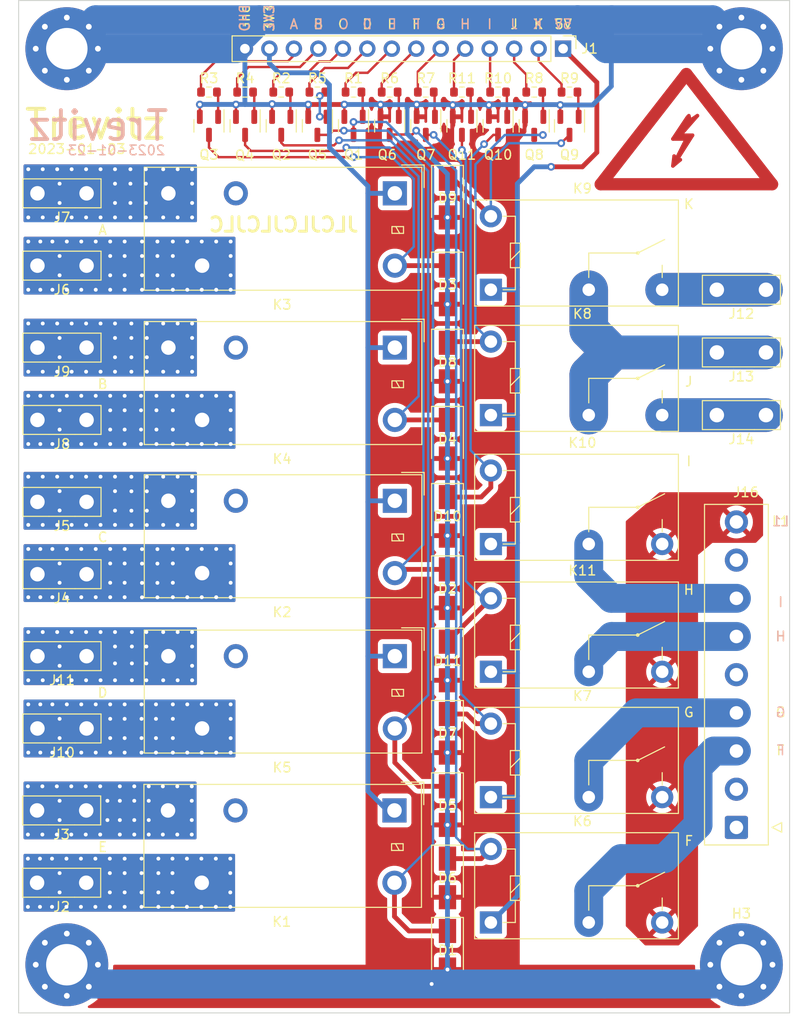
<source format=kicad_pcb>
(kicad_pcb (version 20211014) (generator pcbnew)
  (layers (0 "F.Cu" signal) (31 "B.Cu" signal) (34 "B.Paste" user) (35 "F.Paste" user) (36 "B.SilkS" user "B.Silkscreen") (37 "F.SilkS" user "F.Silkscreen") (38 "B.Mask" user) (39 "F.Mask" user) (44 "Edge.Cuts" user))
  (net 0 "")
  (net 1 "GND")
  (net 2 "/Light")
  (net 3 "/Cooling Fan")
  (net 4 "/Down_Draft_Low")
  (net 5 "/Down_Draft_High")
  (net 6 "Net-(D1-Pad1)")
  (net 7 "/Convection_A")
  (net 8 "Net-(D2-Pad1)")
  (net 9 "/Broil_A")
  (net 10 "/Bake_B")
  (net 11 "/Bake_A")
  (net 12 "/Fan_Low")
  (net 13 "/Fan_High")
  (net 14 "+3V3")
  (net 15 "Net-(D3-Pad1)")
  (net 16 "Net-(D4-Pad1)")
  (net 17 "Net-(D5-Pad1)")
  (net 18 "Net-(D6-Pad1)")
  (net 19 "/Broil_Convection_B")
  (net 20 "Net-(J2-Pad1)")
  (net 21 "Net-(J3-Pad1)")
  (net 22 "Net-(J4-Pad1)")
  (net 23 "Net-(J5-Pad1)")
  (net 24 "Net-(J6-Pad1)")
  (net 25 "Net-(J7-Pad1)")
  (net 26 "Net-(J8-Pad1)")
  (net 27 "Net-(J9-Pad1)")
  (net 28 "Net-(J10-Pad1)")
  (net 29 "Net-(J11-Pad1)")
  (net 35 "Net-(Q1-Pad1)")
  (net 36 "Net-(Q2-Pad1)")
  (net 37 "Net-(Q3-Pad1)")
  (net 38 "Net-(Q4-Pad1)")
  (net 39 "Net-(Q5-Pad1)")
  (net 40 "Net-(D7-Pad1)")
  (net 41 "Net-(D8-Pad1)")
  (net 42 "Net-(D9-Pad1)")
  (net 43 "Net-(D10-Pad1)")
  (net 44 "Net-(D11-Pad1)")
  (net 45 "+5V")
  (net 46 "/Fan_High/COM")
  (net 47 "/DD_L1")
  (net 48 "/Fan_Low/COM")
  (net 49 "/DownDraft_Low/NO")
  (net 50 "/Cooling_Fan/COM")
  (net 51 "/Oven_Light/COM")
  (net 52 "AC")
  (net 53 "Net-(Q6-Pad1)")
  (net 54 "Net-(Q7-Pad1)")
  (net 55 "Net-(Q8-Pad1)")
  (net 56 "Net-(Q9-Pad1)")
  (net 57 "Net-(Q10-Pad1)")
  (net 58 "Net-(Q11-Pad1)")
  (net 59 "/DownDraft_High/NO")
  (footprint "Connector_TE-Connectivity:TE_826576-9_1x09_P3.96mm_Vertical" (layer "F.Cu") (at 174.4825 135.76 90)
    (fp_text reference "J16")
    (fp_text value "Conn_01x09")
  )
  (footprint "Resistor_SMD:R_0603_1608Metric" (layer "F.Cu") (at 127.25 59.5)
    (fp_text reference "R2")
    (fp_text value "1k")
  )
  (footprint "Diode_SMD:D_SMA" (layer "F.Cu") (at 144.5 141 -90)
    (fp_text reference "D6")
    (fp_text value "D")
  )
  (footprint "Package_TO_SOT_SMD:SOT-23" (layer "F.Cu") (at 157.1625 63 -90)
    (fp_text reference "Q9")
    (fp_text value "MMBTA13L?")
  )
  (footprint "Relay_THT:Relay_SPST_Omron-G5Q-1A" (layer "F.Cu") (at 149 93)
    (fp_text reference "K8")
    (fp_text value "G5Q-1A")
  )
  (footprint "Diode_SMD:D_SMA" (layer "F.Cu") (at 144.5 111 -90)
    (fp_text reference "D2")
    (fp_text value "D")
  )
  (footprint "Package_TO_SOT_SMD:SOT-23" (layer "F.Cu") (at 131 63 -90)
    (fp_text reference "Q5")
    (fp_text value "MMBTA13L?")
  )
  (footprint "Package_TO_SOT_SMD:SOT-23" (layer "F.Cu") (at 123.5 63 -90)
    (fp_text reference "Q4")
    (fp_text value "MMBTA13L?")
  )
  (footprint "Relay_THT:Relay_SPST_Omron-G5Q-1A" (layer "F.Cu") (at 149 106.37)
    (fp_text reference "K10")
    (fp_text value "G5Q-1A")
  )
  (footprint "Diode_SMD:D_SMA" (layer "F.Cu") (at 144.5 103.5 -90)
    (fp_text reference "D10")
    (fp_text value "D")
  )
  (footprint "Resistor_SMD:R_0603_1608Metric" (layer "F.Cu") (at 138.5 59.5)
    (fp_text reference "R6")
    (fp_text value "1k")
  )
  (footprint "Diode_SMD:D_SMA" (layer "F.Cu") (at 144.5 95.5 -90)
    (fp_text reference "D4")
    (fp_text value "D")
  )
  (footprint "Diode_SMD:D_SMA" (layer "F.Cu") (at 144.5 118.5 -90)
    (fp_text reference "D11")
    (fp_text value "D")
  )
  (footprint "MountingHole:MountingHole_4.3mm_M4_Pad_Via" (layer "F.Cu") (at 175 150)
    (fp_text reference "H3")
    (fp_text value "MountingHole_Pad")
  )
  (footprint "lib:J114AF1C" (layer "F.Cu") (at 139 134 180)
    (fp_text reference "K1")
    (fp_text value "J114AF")
  )
  (footprint "lib:QuickConnect_0.25" (layer "F.Cu") (at 104.5 102 90)
    (fp_text reference "J5")
    (fp_text value "Conn_01x01")
  )
  (footprint "Package_TO_SOT_SMD:SOT-23" (layer "F.Cu") (at 134.75 63 -90)
    (fp_text reference "Q1")
    (fp_text value "MMBTA13L?")
  )
  (footprint "Package_TO_SOT_SMD:SOT-23" (layer "F.Cu") (at 146 63 -90)
    (fp_text reference "Q11")
    (fp_text value "MMBTA13L?")
  )
  (footprint "lib:QuickConnect_0.25" (layer "F.Cu") (at 175 80 90)
    (fp_text reference "J12")
    (fp_text value "Conn_01x01")
  )
  (footprint "lib:QuickConnect_0.25" (layer "F.Cu") (at 104.5 70 90)
    (fp_text reference "J7")
    (fp_text value "Conn_01x01")
  )
  (footprint "Resistor_SMD:R_0603_1608Metric" (layer "F.Cu") (at 146 59.5)
    (fp_text reference "R11")
    (fp_text value "1k")
  )
  (footprint "Relay_THT:Relay_SPST_Omron-G5Q-1A" (layer "F.Cu") (at 149 119.62)
    (fp_text reference "K11")
    (fp_text value "G5Q-1A")
  )
  (footprint "Diode_SMD:D_SMA" (layer "F.Cu") (at 144.5 79.5 -90)
    (fp_text reference "D3")
    (fp_text value "D")
  )
  (footprint "Resistor_SMD:R_0603_1608Metric" (layer "F.Cu") (at 142.25 59.5)
    (fp_text reference "R7")
    (fp_text value "1k")
  )
  (footprint "lib:QuickConnect_0.25" (layer "F.Cu") (at 104.5 93.5 90)
    (fp_text reference "J8")
    (fp_text value "Conn_01x01")
  )
  (footprint "lib:QuickConnect_0.25" (layer "F.Cu") (at 175 86.5 90)
    (fp_text reference "J13")
    (fp_text value "Conn_01x01")
  )
  (footprint "Package_TO_SOT_SMD:SOT-23" (layer "F.Cu") (at 127.25 63 -90)
    (fp_text reference "Q2")
    (fp_text value "MMBTA13L?")
  )
  (footprint "Resistor_SMD:R_0603_1608Metric" (layer "F.Cu") (at 131 59.5)
    (fp_text reference "R5")
    (fp_text value "1k")
  )
  (footprint "Resistor_SMD:R_0603_1608Metric" (layer "F.Cu") (at 119.75 59.5)
    (fp_text reference "R3")
    (fp_text value "1k")
  )
  (footprint "lib:QuickConnect_0.25" (layer "F.Cu") (at 104.5 125.5 90)
    (fp_text reference "J10")
    (fp_text value "Conn_01x01")
  )
  (footprint "Resistor_SMD:R_0603_1608Metric" (layer "F.Cu") (at 157.1625 59.5)
    (fp_text reference "R9")
    (fp_text value "1k")
  )
  (footprint "Diode_SMD:D_SMA" (layer "F.Cu") (at 144.5 148.5 -90)
    (fp_text reference "D1")
    (fp_text value "D")
  )
  (footprint "lib:QuickConnect_0.25" (layer "F.Cu") (at 104.5 118 90)
    (fp_text reference "J11")
    (fp_text value "Conn_01x01")
  )
  (footprint "lib:J114AF1C" (layer "F.Cu") (at 139.0375 118 180)
    (fp_text reference "K5")
    (fp_text value "J114AF")
  )
  (footprint "lib:QuickConnect_0.25" (layer "F.Cu") (at 104.4625 141.5 90)
    (fp_text reference "J2")
    (fp_text value "Conn_01x01")
  )
  (footprint "Resistor_SMD:R_0603_1608Metric" (layer "F.Cu") (at 149.75 59.5)
    (fp_text reference "R10")
    (fp_text value "1k")
  )
  (footprint "Relay_THT:Relay_SPST_Omron-G5Q-1A" (layer "F.Cu") (at 149 145.62)
    (fp_text reference "K6")
    (fp_text value "G5Q-1A")
  )
  (footprint "Resistor_SMD:R_0603_1608Metric" (layer "F.Cu") (at 123.5 59.5)
    (fp_text reference "R4")
    (fp_text value "1k")
  )
  (footprint "lib:QuickConnect_0.25" (layer "F.Cu") (at 104.5 86 90)
    (fp_text reference "J9")
    (fp_text value "Conn_01x01")
  )
  (footprint "Resistor_SMD:R_0603_1608Metric" (layer "F.Cu") (at 134.75 59.5)
    (fp_text reference "R1")
    (fp_text value "1k")
  )
  (footprint "Resistor_SMD:R_0603_1608Metric" (layer "F.Cu") (at 153.5 59.5)
    (fp_text reference "R8")
    (fp_text value "1k")
  )
  (footprint "Relay_THT:Relay_SPST_Omron-G5Q-1A" (layer "F.Cu") (at 149 80)
    (fp_text reference "K9")
    (fp_text value "G5Q-1A")
  )
  (footprint "Relay_THT:Relay_SPST_Omron-G5Q-1A" (layer "F.Cu") (at 149 132.62)
    (fp_text reference "K7")
    (fp_text value "G5Q-1A")
  )
  (footprint "Package_TO_SOT_SMD:SOT-23" (layer "F.Cu") (at 119.75 63 -90)
    (fp_text reference "Q3")
    (fp_text value "MMBTA13L?")
  )
  (footprint "lib:QuickConnect_0.25" (layer "F.Cu") (at 104.5 109.5 90)
    (fp_text reference "J4")
    (fp_text value "Conn_01x01")
  )
  (footprint "lib:QuickConnect_0.25" (layer "F.Cu") (at 104.4625 134 90)
    (fp_text reference "J3")
    (fp_text value "Conn_01x01")
  )
  (footprint "Diode_SMD:D_SMA" (layer "F.Cu") (at 144.5 87.5 -90)
    (fp_text reference "D8")
    (fp_text value "D")
  )
  (footprint "Package_TO_SOT_SMD:SOT-23" (layer "F.Cu") (at 153.5 63 -90)
    (fp_text reference "Q8")
    (fp_text value "MMBTA13L?")
  )
  (footprint "Diode_SMD:D_SMA" (layer "F.Cu") (at 144.5 70.5 -90)
    (fp_text reference "D9")
    (fp_text value "D")
  )
  (footprint "lib:QuickConnect_0.25" (layer "F.Cu") (at 104.5 77.5 90)
    (fp_text reference "J6")
    (fp_text value "Conn_01x01")
  )
  (footprint "Package_TO_SOT_SMD:SOT-23" (layer "F.Cu") (at 142.25 63 -90)
    (fp_text reference "Q7")
    (fp_text value "MMBTA13L?")
  )
  (footprint "MountingHole:MountingHole_4.3mm_M4_Pad_Via" (layer "F.Cu") (at 175 55)
    (fp_text reference "H2" hide)
    (fp_text value "MountingHole_Pad")
  )
  (footprint "lib:J114AF1C" (layer "F.Cu") (at 139.0375 101.8875 180)
    (fp_text reference "K2")
    (fp_text value "J114AF")
  )
  (footprint "Diode_SMD:D_SMA" (layer "F.Cu") (at 144.5 133.5 -90)
    (fp_text reference "D5")
    (fp_text value "D")
  )
  (footprint "Package_TO_SOT_SMD:SOT-23" (layer "F.Cu") (at 149.75 63 -90)
    (fp_text reference "Q10")
    (fp_text value "MMBTA13L?")
  )
  (footprint "Diode_SMD:D_SMA" (layer "F.Cu") (at 144.5 126 -90)
    (fp_text reference "D7")
    (fp_text value "D")
  )
  (footprint "MountingHole:MountingHole_4.3mm_M4_Pad_Via" (layer "F.Cu") (at 105 55)
    (fp_text reference "H1" hide)
    (fp_text value "MountingHole_Pad")
  )
  (footprint "MountingHole:MountingHole_4.3mm_M4_Pad_Via" (layer "F.Cu") (at 105 150)
    (fp_text reference "H4" hide)
    (fp_text value "MountingHole_Pad")
  )
  (footprint "lib:J114AF1C" (layer "F.Cu") (at 139.0375 86 180)
    (fp_text reference "K4")
    (fp_text value "J114AF")
  )
  (footprint "Connector_PinHeader_2.54mm:PinHeader_1x14_P2.54mm_Vertical" (layer "F.Cu") (at 156.5 55 -90)
    (fp_text reference "J1")
    (fp_text value "Conn_01x14")
  )
  (footprint "lib:J114AF1C" (layer "F.Cu") (at 139.0375 70 180)
    (fp_text reference "K3")
    (fp_text value "J114AF")
  )
  (footprint "Symbol:Symbol_Highvoltage_Type2_CopperTop_Small" (layer "F.Cu") (at 169.291 65.25)
    (fp_text reference "SYM1" hide)
    (fp_text value "SYM_Flash_Small")
  )
  (footprint "Package_TO_SOT_SMD:SOT-23" (layer "F.Cu") (at 138.5 63 -90)
    (fp_text reference "Q6")
    (fp_text value "MMBTA13L?")
  )
  (footprint "lib:QuickConnect_0.25" (layer "F.Cu") (at 175 93 90)
    (fp_text reference "J14")
    (fp_text value "Conn_01x01")
  )
  (gr_line (start 180 155) (end 180 50) (layer "Edge.Cuts") (width 0.1))
  (gr_line (start 180 50) (end 100 50) (layer "Edge.Cuts") (width 0.1))
  (gr_line (start 100 155) (end 100 50) (layer "Edge.Cuts") (width 0.1))
  (gr_line (start 180 155) (end 100 155) (layer "Edge.Cuts") (width 0.1))
  (gr_text "H" (at 146.34 52.46) (layer "B.SilkS") (effects (font (size 1 1)) (justify mirror)))
  (gr_text "K" (at 153.833 52.46) (layer "B.SilkS") (effects (font (size 1 1)) (justify mirror)))
  (gr_text "J" (at 151.42 52.46) (layer "B.SilkS") (effects (font (size 1 1)) (justify mirror)))
  (gr_text "F" (at 179.07 127.762) (layer "B.SilkS") (effects (font (size 1 1)) (justify mirror)))
  (gr_text "B" (at 131.1 52.46) (layer "B.SilkS") (effects (font (size 1 1)) (justify mirror)))
  (gr_text "I" (at 179.07 112.395) (layer "B.SilkS") (effects (font (size 1 1)) (justify mirror)))
  (gr_text "H" (at 179.07 115.951) (layer "B.SilkS") (effects (font (size 1 1)) (justify mirror)))
  (gr_text "2023-01-23" (at 110.145 65.541) (layer "B.SilkS") (effects (font (size 1 1)) (justify mirror)))
  (gr_text "Gnd" (at 123.353 51.825 -90) (layer "B.SilkS") (effects (font (size 1 1)) (justify mirror)))
  (gr_text "F" (at 141.26 52.46) (layer "B.SilkS") (effects (font (size 1 1)) (justify mirror)))
  (gr_text "C" (at 133.767 52.46) (layer "B.SilkS") (effects (font (size 1 1)) (justify mirror)))
  (gr_text "5V" (at 156.5 52.46) (layer "B.SilkS") (effects (font (size 1 1)) (justify mirror)))
  (gr_text "A" (at 128.56 52.46) (layer "B.SilkS") (effects (font (size 1 1)) (justify mirror)))
  (gr_text "D" (at 136.18 52.46) (layer "B.SilkS") (effects (font (size 1 1)) (justify mirror)))
  (gr_text "G" (at 143.8 52.46) (layer "B.SilkS") (effects (font (size 1 1)) (justify mirror)))
  (gr_text "Trevitz" (at 108.24 63.001) (layer "B.SilkS") (effects (font (size 3 3) (thickness 0.4)) (justify mirror)))
  (gr_text "E" (at 138.7708 52.46) (layer "B.SilkS") (effects (font (size 1 1)) (justify mirror)))
  (gr_text "3V3" (at 125.893 51.825 -90) (layer "B.SilkS") (effects (font (size 1 1)) (justify mirror)))
  (gr_text "G" (at 179.07 123.825) (layer "B.SilkS") (effects (font (size 1 1)) (justify mirror)))
  (gr_text "L1" (at 179.07 104.013) (layer "B.SilkS") (effects (font (size 1 1)) (justify mirror)))
  (gr_text "I" (at 148.88 52.46) (layer "B.SilkS") (effects (font (size 1 1)) (justify mirror)))
  (gr_text "F" (at 179.07 127.762) (layer "F.SilkS") (effects (font (size 1 1))))
  (gr_text "D" (at 108.712 121.793) (layer "F.SilkS") (effects (font (size 1 1))))
  (gr_text "H" (at 169.545 111.125) (layer "F.SilkS") (effects (font (size 1 1))))
  (gr_text "H" (at 179.07 115.951) (layer "F.SilkS") (effects (font (size 1 1))))
  (gr_text "H" (at 146.34 52.46) (layer "F.SilkS") (effects (font (size 1 1))))
  (gr_text "Gnd" (at 123.48 51.825 90) (layer "F.SilkS") (effects (font (size 1 1))))
  (gr_text "I" (at 179.07 112.395) (layer "F.SilkS") (effects (font (size 1 1))))
  (gr_text "J" (at 169.545 89.535) (layer "F.SilkS") (effects (font (size 1 1))))
  (gr_text "G" (at 143.8 52.46) (layer "F.SilkS") (effects (font (size 1 1))))
  (gr_text "I" (at 169.545 97.79) (layer "F.SilkS") (effects (font (size 1 1))))
  (gr_text "E" (at 138.72 52.46) (layer "F.SilkS") (effects (font (size 1 1))))
  (gr_text "E" (at 108.712 137.795) (layer "F.SilkS") (effects (font (size 1 1))))
  (gr_text "J" (at 151.42 52.46) (layer "F.SilkS") (effects (font (size 1 1))))
  (gr_text "G" (at 179.07 123.825) (layer "F.SilkS") (effects (font (size 1 1))))
  (gr_text "JLCJLCJLCJLC" (at 127.5 73.25) (layer "F.SilkS") (effects (font (size 1.5 1.5) (thickness 0.3)) (justify mirror)))
  (gr_text "K" (at 153.96 52.46) (layer "F.SilkS") (effects (font (size 1 1))))
  (gr_text "Trevitz" (at 107.95 62.865) (layer "F.SilkS") (effects (font (size 3 3) (thickness 0.4))))
  (gr_text "B" (at 131.1 52.46) (layer "F.SilkS") (effects (font (size 1 1))))
  (gr_text "G" (at 169.545 123.825) (layer "F.SilkS") (effects (font (size 1 1))))
  (gr_text "I" (at 148.88 52.46) (layer "F.SilkS") (effects (font (size 1 1))))
  (gr_text "5V" (at 156.5 52.46) (layer "F.SilkS") (effects (font (size 1 1))))
  (gr_text "3V3" (at 126.02 51.825 90) (layer "F.SilkS") (effects (font (size 1 1))))
  (gr_text "D" (at 136.18 52.46) (layer "F.SilkS") (effects (font (size 1 1))))
  (gr_text "C" (at 133.64 52.46) (layer "F.SilkS") (effects (font (size 1 1))))
  (gr_text "L1" (at 179.07 104.013) (layer "F.SilkS") (effects (font (size 1 1))))
  (gr_text "C" (at 108.712 105.664) (layer "F.SilkS") (effects (font (size 1 1))))
  (gr_text "F" (at 141.26 52.46) (layer "F.SilkS") (effects (font (size 1 1))))
  (gr_text "B" (at 108.712 89.789) (layer "F.SilkS") (effects (font (size 1 1))))
  (gr_text "2023-01-23" (at 106.045 65.405) (layer "F.SilkS") (effects (font (size 1 1))))
  (gr_text "F" (at 169.545 137.16) (layer "F.SilkS") (effects (font (size 1 1))))
  (gr_text "A" (at 128.56 52.46) (layer "F.SilkS") (effects (font (size 1 1))))
  (gr_text "K" (at 169.545 71.12) (layer "F.SilkS") (effects (font (size 1 1))))
  (gr_text "A" (at 108.712 73.787) (layer "F.SilkS") (effects (font (size 1 1))))
  (segment (start 137.55 62.0625) (end 137.55 60.8) (width 0.25) (layer "F.Cu") (net 1))
  (segment (start 122.55 62.05) (end 122.55 60.7875) (width 0.25) (layer "F.Cu") (net 1))
  (segment (start 148.8 62.1) (end 148.8 60.8375) (width 0.25) (layer "F.Cu") (net 1))
  (segment (start 145.05 62.1) (end 145.05 60.8375) (width 0.25) (layer "F.Cu") (net 1))
  (segment (start 156.2 62.1) (end 156.2 60.8375) (width 0.25) (layer "F.Cu") (net 1))
  (segment (start 133.8 62.05) (end 133.8 60.7875) (width 0.25) (layer "F.Cu") (net 1))
  (segment (start 152.55 62.1) (end 152.55 60.8375) (width 0.25) (layer "F.Cu") (net 1))
  (segment (start 118.8 62.05) (end 118.8 60.7875) (width 0.25) (layer "F.Cu") (net 1))
  (segment (start 133.8 60.7875) (end 130.05 60.7875) (width 0.5) (layer "F.Cu") (net 1))
  (segment (start 130.05 62.0625) (end 130.05 60.7875) (width 0.5) (layer "F.Cu") (net 1))
  (segment (start 141.3 62.05) (end 141.3 60.7875) (width 0.25) (layer "F.Cu") (net 1))
  (segment (start 126.3 62) (end 126.3 60.7375) (width 0.25) (layer "F.Cu") (net 1))
  (via (at 156.2 60.8375) (size 0.8) (drill 0.4) (layers "F.Cu" "B.Cu") (net 1))
  (via (at 145.05 60.8375) (size 0.8) (drill 0.4) (layers "F.Cu" "B.Cu") (net 1))
  (via (at 122.55 60.7875) (size 0.8) (drill 0.4) (layers "F.Cu" "B.Cu") (net 1))
  (via (at 118.8 60.7875) (size 0.8) (drill 0.4) (layers "F.Cu" "B.Cu") (net 1))
  (via (at 126.3 60.7375) (size 0.8) (drill 0.4) (layers "F.Cu" "B.Cu") (net 1))
  (via (at 133.8 60.7875) (size 0.8) (drill 0.4) (layers "F.Cu" "B.Cu") (net 1))
  (via (at 137.55 60.8) (size 0.8) (drill 0.4) (layers "F.Cu" "B.Cu") (net 1))
  (via (at 144.5 120.5) (size 0.8) (drill 0.4) (layers "F.Cu" "B.Cu") (net 1))
  (via (at 130.05 60.7875) (size 0.8) (drill 0.4) (layers "F.Cu" "B.Cu") (net 1))
  (via (at 141.3 60.7875) (size 0.8) (drill 0.4) (layers "F.Cu" "B.Cu") (net 1))
  (via (at 144.5 150.5) (size 0.8) (drill 0.4) (layers "F.Cu" "B.Cu") (net 1))
  (via (at 144.5 105.5) (size 0.8) (drill 0.4) (layers "F.Cu" "B.Cu") (net 1))
  (via (at 144.5 81.5) (size 0.8) (drill 0.4) (layers "F.Cu" "B.Cu") (net 1))
  (via (at 142.856 152) (size 0.8) (drill 0.4) (layers "F.Cu" "B.Cu") (net 1))
  (via (at 144.5 143) (size 0.8) (drill 0.4) (layers "F.Cu" "B.Cu") (net 1))
  (via (at 148.8 60.8375) (size 0.8) (drill 0.4) (layers "F.Cu" "B.Cu") (net 1))
  (via (at 144.5 113) (size 0.8) (drill 0.4) (layers "F.Cu" "B.Cu") (net 1))
  (via (at 144.5 72.5) (size 0.8) (drill 0.4) (layers "F.Cu" "B.Cu") (net 1))
  (via (at 144.5 128) (size 0.8) (drill 0.4) (layers "F.Cu" "B.Cu") (net 1))
  (via (at 152.55 60.8375) (size 0.8) (drill 0.4) (layers "F.Cu" "B.Cu") (net 1))
  (via (at 144.5 135.5) (size 0.8) (drill 0.4) (layers "F.Cu" "B.Cu") (net 1))
  (via (at 144.5 89.5) (size 0.8) (drill 0.4) (layers "F.Cu" "B.Cu") (net 1))
  (via (at 144.5 97.5) (size 0.8) (drill 0.4) (layers "F.Cu" "B.Cu") (net 1))
  (segment (start 105 55) (end 122.591 55) (width 3) (layer "B.Cu") (net 1))
  (segment (start 137.5375 60.7875) (end 137.55 60.8) (width 0.5) (layer "B.Cu") (net 1))
  (segment (start 138.8 60.8) (end 140.3 60.8) (width 0.5) (layer "B.Cu") (net 1))
  (segment (start 161.5 52.032) (end 161.532 52) (width 0.5) (layer "B.Cu") (net 1))
  (segment (start 108 52) (end 105 55) (width 3) (layer "B.Cu") (net 1))
  (segment (start 125 52) (end 108 52) (width 3) (layer "B.Cu") (net 1))
  (segment (start 140.3 63.8) (end 140.3 60.8) (width 0.5) (layer "B.Cu") (net 1))
  (segment (start 144.5 72.5) (end 144.5 150.5) (width 0.5) (layer "B.Cu") (net 1))
  (segment (start 130.05 60.7875) (end 123.4875 60.7875) (width 0.5) (layer "B.Cu") (net 1))
  (segment (start 144.5 72.5) (end 144.5 68) (width 0.5) (layer "B.Cu") (net 1))
  (segment (start 142.856 152) (end 144.38 152) (width 0.5) (layer "B.Cu") (net 1))
  (segment (start 144.5 68) (end 140.3 63.8) (width 0.5) (layer "B.Cu") (net 1))
  (segment (start 140.3 60.8) (end 156.1625 60.8) (width 0.5) (layer "B.Cu") (net 1))
  (segment (start 161.532 52) (end 158 52) (width 3) (layer "B.Cu") (net 1))
  (segment (start 159.5625 60.8375) (end 161.5 58.9) (width 0.5) (layer "B.Cu") (net 1))
  (segment (start 161.5 58.9) (end 161.5 52.032) (width 0.5) (layer "B.Cu") (net 1))
  (segment (start 156.1625 60.8) (end 156.2 60.8375) (width 0.5) (layer "B.Cu") (net 1))
  (segment (start 161 55) (end 158 52) (width 3) (layer "B.Cu") (net 1))
  (segment (start 125 52) (end 123.48 53.52) (width 3) (layer "B.Cu") (net 1))
  (segment (start 172 52) (end 161.532 52) (width 3) (layer "B.Cu") (net 1))
  (segment (start 118.8075 60.78) (end 118.8 60.7875) (width 0.5) (layer "B.Cu") (net 1))
  (segment (start 122.591 55) (end 123.48 55) (width 0.5) (layer "B.Cu") (net 1))
  (segment (start 175 55) (end 172 52) (width 3) (layer "B.Cu") (net 1))
  (segment (start 123.4875 60.7875) (end 123.48 60.78) (width 0.5) (layer "B.Cu") (net 1))
  (segment (start 175 55) (end 161 55) (width 3) (layer "B.Cu") (net 1))
  (segment (start 123.48 55) (end 123.48 60.78) (width 0.5) (layer "B.Cu") (net 1))
  (segment (start 160.79 152) (end 107 152) (width 3) (layer "B.Cu") (net 1))
  (segment (start 156.2 60.8375) (end 159.5625 60.8375) (width 0.5) (layer "B.Cu") (net 1))
  (segment (start 144.38 152) (end 160.79 152) (width 0.5) (layer "B.Cu") (net 1))
  (segment (start 123.48 60.78) (end 118.8075 60.78) (width 0.5) (layer "B.Cu") (net 1))
  (segment (start 158 52) (end 125 52) (width 3) (layer "B.Cu") (net 1))
  (segment (start 175 150) (end 173 152) (width 3) (layer "B.Cu") (net 1))
  (segment (start 123.48 55) (end 123.48 53.52) (width 0.5) (layer "B.Cu") (net 1))
  (segment (start 137.55 60.8) (end 138.8 60.8) (width 0.5) (layer "B.Cu") (net 1))
  (segment (start 133.8 60.7875) (end 137.5375 60.7875) (width 0.5) (layer "B.Cu") (net 1))
  (segment (start 173 152) (end 160.79 152) (width 3) (layer "B.Cu") (net 1))
  (segment (start 107 152) (end 105 150) (width 3) (layer "B.Cu") (net 1))
  (segment (start 145.175 56.165) (end 146.34 55) (width 0.25) (layer "F.Cu") (net 2))
  (segment (start 145.175 59.5) (end 145.175 56.165) (width 0.25) (layer "F.Cu") (net 2))
  (segment (start 148.925 55.045) (end 148.88 55) (width 0.25) (layer "F.Cu") (net 3))
  (segment (start 148.925 59.5) (end 148.925 55.045) (width 0.25) (layer "F.Cu") (net 3))
  (segment (start 153.96 56.285) (end 153.96 55) (width 0.25) (layer "F.Cu") (net 4))
  (segment (start 156.3375 59.5) (end 156.3375 58.6625) (width 0.25) (layer "F.Cu") (net 4))
  (segment (start 156.3375 58.6625) (end 153.96 56.285) (width 0.25) (layer "F.Cu") (net 4))
  (segment (start 152.675 59.5) (end 152.675 57.675) (width 0.25) (layer "F.Cu") (net 5))
  (segment (start 152 57) (end 151.42 56.42) (width 0.25) (layer "F.Cu") (net 5))
  (segment (start 151.42 56.42) (end 151.42 55) (width 0.25) (layer "F.Cu") (net 5))
  (segment (start 152.675 57.675) (end 152 57) (width 0.25) (layer "F.Cu") (net 5))
  (segment (start 134.75 63.9375) (end 134.75 62.6) (width 0.25) (layer "F.Cu") (net 6))
  (segment (start 140.5 146.5) (end 139 145) (width 0.5) (layer "F.Cu") (net 6))
  (segment (start 139 145) (end 139 141.5) (width 0.5) (layer "F.Cu") (net 6))
  (segment (start 144.5 146.5) (end 140.5 146.5) (width 0.5) (layer "F.Cu") (net 6))
  (via (at 134.75 62.6) (size 0.8) (drill 0.4) (layers "F.Cu" "B.Cu") (net 6))
  (segment (start 143 137.5) (end 143 67.45) (width 0.25) (layer "B.Cu") (net 6))
  (segment (start 138.15 62.6) (end 134.75 62.6) (width 0.25) (layer "B.Cu") (net 6))
  (segment (start 143 67.45) (end 138.15 62.6) (width 0.25) (layer "B.Cu") (net 6))
  (segment (start 139 141.5) (end 143 137.5) (width 0.25) (layer "B.Cu") (net 6))
  (segment (start 118.925 57.825) (end 118.925 59.5) (width 0.25) (layer "F.Cu") (net 7))
  (segment (start 128.56 55.69) (end 127.95 56.3) (width 0.25) (layer "F.Cu") (net 7))
  (segment (start 120.45 56.3) (end 118.925 57.825) (width 0.25) (layer "F.Cu") (net 7))
  (segment (start 127.95 56.3) (end 120.45 56.3) (width 0.25) (layer "F.Cu") (net 7))
  (segment (start 128.56 55) (end 128.56 55.69) (width 0.25) (layer "F.Cu") (net 7))
  (segment (start 133.25 64.5) (end 132.725 65.025) (width 0.25) (layer "F.Cu") (net 8))
  (segment (start 132.725 65.025) (end 127.525 65.025) (width 0.25) (layer "F.Cu") (net 8))
  (segment (start 139.425 109) (end 139.0375 109.3875) (width 0.5) (layer "F.Cu") (net 8))
  (segment (start 144.5 109) (end 139.425 109) (width 0.5) (layer "F.Cu") (net 8))
  (segment (start 127.525 65.025) (end 127.25 64.75) (width 0.25) (layer "F.Cu") (net 8))
  (segment (start 127.25 64.75) (end 127.25 63.9375) (width 0.25) (layer "F.Cu") (net 8))
  (via (at 133.25 64.5) (size 0.8) (drill 0.4) (layers "F.Cu" "B.Cu") (net 8))
  (segment (start 138.55 64.5) (end 133.25 64.5) (width 0.25) (layer "B.Cu") (net 8))
  (segment (start 142 106.425) (end 142 67.95) (width 0.25) (layer "B.Cu") (net 8))
  (segment (start 139.0375 109.3875) (end 142 106.425) (width 0.25) (layer "B.Cu") (net 8))
  (segment (start 142 67.95) (end 138.55 64.5) (width 0.25) (layer "B.Cu") (net 8))
  (segment (start 126.425 59.5) (end 126.425 58.325) (width 0.25) (layer "F.Cu") (net 9))
  (segment (start 132.32 56.32) (end 133.64 55) (width 0.25) (layer "F.Cu") (net 9))
  (segment (start 126.425 58.325) (end 127.25 57.5) (width 0.25) (layer "F.Cu") (net 9))
  (segment (start 131.18 56.32) (end 132.32 56.32) (width 0.25) (layer "F.Cu") (net 9))
  (segment (start 130 57.5) (end 131.18 56.32) (width 0.25) (layer "F.Cu") (net 9))
  (segment (start 127.25 57.5) (end 130 57.5) (width 0.25) (layer "F.Cu") (net 9))
  (segment (start 130.175 59.5) (end 130.175 58.575) (width 0.25) (layer "F.Cu") (net 10))
  (segment (start 134.18 57) (end 136.18 55) (width 0.25) (layer "F.Cu") (net 10))
  (segment (start 131.75 57) (end 134.18 57) (width 0.25) (layer "F.Cu") (net 10))
  (segment (start 130.175 58.575) (end 131.75 57) (width 0.25) (layer "F.Cu") (net 10))
  (segment (start 133.925 59.5) (end 133.925 58.575) (width 0.25) (layer "F.Cu") (net 11))
  (segment (start 136.22 57.5) (end 138.72 55) (width 0.25) (layer "F.Cu") (net 11))
  (segment (start 133.925 58.575) (end 135 57.5) (width 0.25) (layer "F.Cu") (net 11))
  (segment (start 135 57.5) (end 136.22 57.5) (width 0.25) (layer "F.Cu") (net 11))
  (segment (start 141.775 57.025) (end 143.8 55) (width 0.25) (layer "F.Cu") (net 12))
  (segment (start 141.425 59.5) (end 141.425 57.375) (width 0.25) (layer "F.Cu") (net 12))
  (segment (start 141.425 57.375) (end 141.775 57.025) (width 0.25) (layer "F.Cu") (net 12))
  (segment (start 137.675 59.5) (end 137.675 58.585) (width 0.25) (layer "F.Cu") (net 13))
  (segment (start 137.675 58.585) (end 141.26 55) (width 0.25) (layer "F.Cu") (net 13))
  (segment (start 126.02 56.52) (end 126.02 55) (width 0.5) (layer "B.Cu") (net 14))
  (segment (start 136.25 102) (end 136.25 86) (width 0.5) (layer "B.Cu") (net 14))
  (segment (start 136.25 132) (end 136.25 118) (width 0.5) (layer "B.Cu") (net 14))
  (segment (start 132.25 58.75) (end 131 57.5) (width 0.5) (layer "B.Cu") (net 14))
  (segment (start 139.0375 70) (end 136.25 70) (width 0.5) (layer "B.Cu") (net 14))
  (segment (start 139.0375 101.8875) (end 136.3625 101.8875) (width 0.5) (layer "B.Cu") (net 14))
  (segment (start 136.25 86) (end 136.25 70) (width 0.5) (layer "B.Cu") (net 14))
  (segment (start 139 134) (end 138.25 134) (width 0.5) (layer "B.Cu") (net 14))
  (segment (start 127 57.5) (end 126.02 56.52) (width 0.5) (layer "B.Cu") (net 14))
  (segment (start 139.0375 118) (end 136.25 118) (width 0.5) (layer "B.Cu") (net 14))
  (segment (start 132.25 65.25) (end 132.25 58.75) (width 0.5) (layer "B.Cu") (net 14))
  (segment (start 131 57.5) (end 127 57.5) (width 0.5) (layer "B.Cu") (net 14))
  (segment (start 139.0375 86) (end 136.25 86) (width 0.5) (layer "B.Cu") (net 14))
  (segment (start 138.25 134) (end 136.25 132) (width 0.5) (layer "B.Cu") (net 14))
  (segment (start 136.25 118) (end 136.25 102) (width 0.5) (layer "B.Cu") (net 14))
  (segment (start 136.25 70) (end 136.25 69.25) (width 0.5) (layer "B.Cu") (net 14))
  (segment (start 136.3625 101.8875) (end 136.25 102) (width 0.5) (layer "B.Cu") (net 14))
  (segment (start 136.25 69.25) (end 132.25 65.25) (width 0.5) (layer "B.Cu") (net 14))
  (segment (start 120.75 66.25) (end 119.75 65.25) (width 0.25) (layer "F.Cu") (net 15))
  (segment (start 119.75 65.25) (end 119.75 63.9375) (width 0.25) (layer "F.Cu") (net 15))
  (segment (start 134.75 66.25) (end 120.75 66.25) (width 0.25) (layer "F.Cu") (net 15))
  (segment (start 139.0375 77.5) (end 144.5 77.5) (width 0.5) (layer "F.Cu") (net 15))
  (via (at 134.75 66.25) (size 0.8) (drill 0.4) (layers "F.Cu" "B.Cu") (net 15))
  (segment (start 141 75.5375) (end 141 68.5) (width 0.25) (layer "B.Cu") (net 15))
  (segment (start 141 68.5) (end 138.75 66.25) (width 0.25) (layer "B.Cu") (net 15))
  (segment (start 139.0375 77.5) (end 141 75.5375) (width 0.25) (layer "B.Cu") (net 15))
  (segment (start 138.75 66.25) (end 134.75 66.25) (width 0.25) (layer "B.Cu") (net 15))
  (segment (start 133.65 65.6) (end 124.1 65.6) (width 0.25) (layer "F.Cu") (net 16))
  (segment (start 134 65.25) (end 133.65 65.6) (width 0.25) (layer "F.Cu") (net 16))
  (segment (start 124.1 65.6) (end 123.5 65) (width 0.25) (layer "F.Cu") (net 16))
  (segment (start 123.5 65) (end 123.5 63.9375) (width 0.25) (layer "F.Cu") (net 16))
  (segment (start 144.5 93.5) (end 139.0375 93.5) (width 0.5) (layer "F.Cu") (net 16))
  (via (at 134 65.25) (size 0.8) (drill 0.4) (layers "F.Cu" "B.Cu") (net 16))
  (segment (start 141.5 68.25) (end 138.5 65.25) (width 0.25) (layer "B.Cu") (net 16))
  (segment (start 141.5 91.0375) (end 141.5 68.25) (width 0.25) (layer "B.Cu") (net 16))
  (segment (start 138.5 65.25) (end 134 65.25) (width 0.25) (layer "B.Cu") (net 16))
  (segment (start 139.0375 93.5) (end 141.5 91.0375) (width 0.25) (layer "B.Cu") (net 16))
  (segment (start 133.75 63.5) (end 132.625 63.5) (width 0.25) (layer "F.Cu") (net 17))
  (segment (start 144.5 131.5) (end 141.5 131.5) (width 0.5) (layer "F.Cu") (net 17))
  (segment (start 141.5 131.5) (end 139.0375 129.0375) (width 0.5) (layer "F.Cu") (net 17))
  (segment (start 139.0375 129.0375) (end 139.0375 125.5) (width 0.5) (layer "F.Cu") (net 17))
  (segment (start 132.1875 63.9375) (end 131 63.9375) (width 0.25) (layer "F.Cu") (net 17))
  (segment (start 132.625 63.5) (end 132.1875 63.9375) (width 0.25) (layer "F.Cu") (net 17))
  (via (at 133.75 63.5) (size 0.8) (drill 0.4) (layers "F.Cu" "B.Cu") (net 17))
  (segment (start 138.3 63.5) (end 133.75 63.5) (width 0.25) (layer "B.Cu") (net 17))
  (segment (start 142.5 122.0375) (end 142.5 67.7) (width 0.25) (layer "B.Cu") (net 17))
  (segment (start 142.5 67.7) (end 138.3 63.5) (width 0.25) (layer "B.Cu") (net 17))
  (segment (start 139.0375 125.5) (end 142.5 122.0375) (width 0.25) (layer "B.Cu") (net 17))
  (segment (start 140.85 63.9) (end 141.25 63.5) (width 0.25) (layer "F.Cu") (net 18))
  (segment (start 148 139) (end 149 138) (width 0.5) (layer "F.Cu") (net 18))
  (segment (start 144.5 139) (end 148 139) (width 0.5) (layer "F.Cu") (net 18))
  (segment (start 138.5 63.9375) (end 138.5375 63.9) (width 0.25) (layer "F.Cu") (net 18))
  (segment (start 140.6 63.9) (end 140.85 63.9) (width 0.25) (layer "F.Cu") (net 18))
  (segment (start 138.5375 63.9) (end 140.6 63.9) (width 0.25) (layer "F.Cu") (net 18))
  (via (at 141.25 63.5) (size 0.8) (drill 0.4) (layers "F.Cu" "B.Cu") (net 18))
  (segment (start 146.6 138) (end 145.4 136.8) (width 0.25) (layer "B.Cu") (net 18))
  (segment (start 145.4 136.8) (end 145.4 67.65) (width 0.25) (layer "B.Cu") (net 18))
  (segment (start 145.4 67.65) (end 141.25 63.5) (width 0.25) (layer "B.Cu") (net 18))
  (segment (start 149 138) (end 146.6 138) (width 0.25) (layer "B.Cu") (net 18))
  (segment (start 123.85 56.9) (end 122.675 58.075) (width 0.25) (layer "F.Cu") (net 19))
  (segment (start 131.1 55) (end 129.2 56.9) (width 0.25) (layer "F.Cu") (net 19))
  (segment (start 129.2 56.9) (end 123.85 56.9) (width 0.25) (layer "F.Cu") (net 19))
  (segment (start 122.675 58.075) (end 122.675 59.5) (width 0.25) (layer "F.Cu") (net 19))
  (via (at 121.9625 140.5) (size 0.8) (drill 0.4) (layers "F.Cu" "B.Cu") (net 20))
  (via (at 115.9625 139) (size 0.8) (drill 0.4) (layers "F.Cu" "B.Cu") (net 20))
  (via (at 118.9625 139) (size 0.8) (drill 0.4) (layers "F.Cu" "B.Cu") (net 20))
  (via (at 106.4625 139) (size 0.8) (drill 0.4) (layers "F.Cu" "B.Cu") (net 20))
  (via (at 111 139) (size 0.8) (drill 0.4) (layers "F.Cu" "B.Cu") (net 20))
  (via (at 104.25 142.5) (size 0.8) (drill 0.4) (layers "F.Cu" "B.Cu") (net 20))
  (via (at 112.75 140.5) (size 0.8) (drill 0.4) (layers "F.Cu" "B.Cu") (net 20))
  (via (at 103.4625 144) (size 0.8) (drill 0.4) (layers "F.Cu" "B.Cu") (net 20))
  (via (at 102.2125 144) (size 0.8) (drill 0.4) (layers "F.Cu" "B.Cu") (net 20))
  (via (at 100.9625 139) (size 0.8) (drill 0.4) (layers "F.Cu" "B.Cu") (net 20))
  (via (at 104.9625 144) (size 0.8) (drill 0.4) (layers "F.Cu" "B.Cu") (net 20))
  (via (at 111 144) (size 0.8) (drill 0.4) (layers "F.Cu" "B.Cu") (net 20))
  (via (at 104.25 140.5) (size 0.8) (drill 0.4) (layers "F.Cu" "B.Cu") (net 20))
  (via (at 114.5 140.5) (size 0.8) (drill 0.4) (layers "F.Cu" "B.Cu") (net 20))
  (via (at 118.9625 144) (size 0.8) (drill 0.4) (layers "F.Cu" "B.Cu") (net 20))
  (via (at 120.4625 144) (size 0.8) (drill 0.4) (layers "F.Cu" "B.Cu") (net 20))
  (via (at 114.5 142.5) (size 0.8) (drill 0.4) (layers "F.Cu" "B.Cu") (net 20))
  (via (at 117.4625 144) (size 0.8) (drill 0.4) (layers "F.Cu" "B.Cu") (net 20))
  (via (at 115.9625 140.5) (size 0.8) (drill 0.4) (layers "F.Cu" "B.Cu") (net 20))
  (via (at 121.9625 139) (size 0.8) (drill 0.4) (layers "F.Cu" "B.Cu") (net 20))
  (via (at 109.4625 142.5) (size 0.8) (drill 0.4) (layers "F.Cu" "B.Cu") (net 20))
  (via (at 100.9625 144) (size 0.8) (drill 0.4) (layers "F.Cu" "B.Cu") (net 20))
  (via (at 114.5 139) (size 0.8) (drill 0.4) (layers "F.Cu" "B.Cu") (net 20))
  (via (at 109.4625 139) (size 0.8) (drill 0.4) (layers "F.Cu" "B.Cu") (net 20))
  (via (at 109.4625 144) (size 0.8) (drill 0.4) (layers "F.Cu" "B.Cu") (net 20))
  (via (at 111 140.5) (size 0.8) (drill 0.4) (layers "F.Cu" "B.Cu") (net 20))
  (via (at 107.9625 139) (size 0.8) (drill 0.4) (layers "F.Cu" "B.Cu") (net 20))
  (via (at 104.9625 139) (size 0.8) (drill 0.4) (layers "F.Cu" "B.Cu") (net 20))
  (via (at 120.4625 139) (size 0.8) (drill 0.4) (layers "F.Cu" "B.Cu") (net 20))
  (via (at 112.75 142.5) (size 0.8) (drill 0.4) (layers "F.Cu" "B.Cu") (net 20))
  (via (at 121.9625 144) (size 0.8) (drill 0.4) (layers "F.Cu" "B.Cu") (net 20))
  (via (at 107.9625 144) (size 0.8) (drill 0.4) (layers "F.Cu" "B.Cu") (net 20))
  (via (at 111 142.5) (size 0.8) (drill 0.4) (layers "F.Cu" "B.Cu") (net 20))
  (via (at 112.75 139) (size 0.8) (drill 0.4) (layers "F.Cu" "B.Cu") (net 20))
  (via (at 121.9625 142.5) (size 0.8) (drill 0.4) (layers "F.Cu" "B.Cu") (net 20))
  (via (at 109.4625 140.5) (size 0.8) (drill 0.4) (layers "F.Cu" "B.Cu") (net 20))
  (via (at 114.5 144) (size 0.8) (drill 0.4) (layers "F.Cu" "B.Cu") (net 20))
  (via (at 112.75 144) (size 0.8) (drill 0.4) (layers "F.Cu" "B.Cu") (net 20))
  (via (at 117.4625 139) (size 0.8) (drill 0.4) (layers "F.Cu" "B.Cu") (net 20))
  (via (at 103.4625 139) (size 0.8) (drill 0.4) (layers "F.Cu" "B.Cu") (net 20))
  (via (at 115.9625 144) (size 0.8) (drill 0.4) (layers "F.Cu" "B.Cu") (net 20))
  (via (at 102.2125 139) (size 0.8) (drill 0.4) (layers "F.Cu" "B.Cu") (net 20))
  (via (at 115.9625 142.5) (size 0.8) (drill 0.4) (layers "F.Cu" "B.Cu") (net 20))
  (via (at 106.4625 144) (size 0.8) (drill 0.4) (layers "F.Cu" "B.Cu") (net 20))
  (via (at 110.5 133) (size 0.8) (drill 0.4) (layers "F.Cu" "B.Cu") (net 21))
  (via (at 105.4625 136.5) (size 0.8) (drill 0.4) (layers "F.Cu" "B.Cu") (net 21))
  (via (at 113.5 135) (size 0.8) (drill 0.4) (layers "F.Cu" "B.Cu") (net 21))
  (via (at 110.5 135) (size 0.8) (drill 0.4) (layers "F.Cu" "B.Cu") (net 21))
  (via (at 100.9625 136.5) (size 0.8) (drill 0.4) (layers "F.Cu" "B.Cu") (net 21))
  (via (at 113.5 133) (size 0.8) (drill 0.4) (layers "F.Cu" "B.Cu") (net 21))
  (via (at 114.9625 136.5) (size 0.8) (drill 0.4) (layers "F.Cu" "B.Cu") (net 21))
  (via (at 109.2125 133) (size 0.8) (drill 0.4) (layers "F.Cu" "B.Cu") (net 21))
  (via (at 105.4625 131.5) (size 0.8) (drill 0.4) (layers "F.Cu" "B.Cu") (net 21))
  (via (at 104.25 135) (size 0.8) (drill 0.4) (layers "F.Cu" "B.Cu") (net 21))
  (via (at 112 135) (size 0.8) (drill 0.4) (layers "F.Cu" "B.Cu") (net 21))
  (via (at 112 133) (size 0.8) (drill 0.4) (layers "F.Cu" "B.Cu") (net 21))
  (via (at 108.4625 131.5) (size 0.8) (drill 0.4) (layers "F.Cu" "B.Cu") (net 21))
  (via (at 104.25 133) (size 0.8) (drill 0.4) (layers "F.Cu" "B.Cu") (net 21))
  (via (at 113.5 131.5) (size 0.8) (drill 0.4) (layers "F.Cu" "B.Cu") (net 21))
  (via (at 112 131.5) (size 0.8) (drill 0.4) (layers "F.Cu" "B.Cu") (net 21))
  (via (at 117.9625 133) (size 0.8) (drill 0.4) (layers "F.Cu" "B.Cu") (net 21))
  (via (at 117.9625 136.5) (size 0.8) (drill 0.4) (layers "F.Cu" "B.Cu") (net 21))
  (via (at 110.5 131.5) (size 0.8) (drill 0.4) (layers "F.Cu" "B.Cu") (net 21))
  (via (at 116.4625 136.5) (size 0.8) (drill 0.4) (layers "F.Cu" "B.Cu") (net 21))
  (via (at 103.9625 131.5) (size 0.8) (drill 0.4) (layers "F.Cu" "B.Cu") (net 21))
  (via (at 103.9625 136.5) (size 0.8) (drill 0.4) (layers "F.Cu" "B.Cu") (net 21))
  (via (at 113.5 136.5) (size 0.8) (drill 0.4) (layers "F.Cu" "B.Cu") (net 21))
  (via (at 112 136.5) (size 0.8) (drill 0.4) (layers "F.Cu" "B.Cu") (net 21))
  (via (at 106.9625 131.5) (size 0.8) (drill 0.4) (layers "F.Cu" "B.Cu") (net 21))
  (via (at 102.4625 136.5) (size 0.8) (drill 0.4) (layers "F.Cu" "B.Cu") (net 21))
  (via (at 109.2125 135) (size 0.8) (drill 0.4) (layers "F.Cu" "B.Cu") (net 21))
  (via (at 100.9625 131.5) (size 0.8) (drill 0.4) (layers "F.Cu" "B.Cu") (net 21))
  (via (at 117.9625 131.5) (size 0.8) (drill 0.4) (layers "F.Cu" "B.Cu") (net 21))
  (via (at 110.5 136.5) (size 0.8) (drill 0.4) (layers "F.Cu" "B.Cu") (net 21))
  (via (at 102.4625 131.5) (size 0.8) (drill 0.4) (layers "F.Cu" "B.Cu") (net 21))
  (via (at 114.9625 131.5) (size 0.8) (drill 0.4) (layers "F.Cu" "B.Cu") (net 21))
  (via (at 108.4625 136.5) (size 0.8) (drill 0.4) (layers "F.Cu" "B.Cu") (net 21))
  (via (at 117.9625 135) (size 0.8) (drill 0.4) (layers "F.Cu" "B.Cu") (net 21))
  (via (at 116.4625 131.5) (size 0.8) (drill 0.4) (layers "F.Cu" "B.Cu") (net 21))
  (via (at 106.9625 136.5) (size 0.8) (drill 0.4) (layers "F.Cu" "B.Cu") (net 21))
  (via (at 112.8 106.9) (size 0.8) (drill 0.4) (layers "F.Cu" "B.Cu") (net 22))
  (via (at 119 106.8875) (size 0.8) (drill 0.4) (layers "F.Cu" "B.Cu") (net 22))
  (via (at 114.4 108.4) (size 0.8) (drill 0.4) (layers "F.Cu" "B.Cu") (net 22))
  (via (at 104.25 110.3875) (size 0.8) (drill 0.4) (layers "F.Cu" "B.Cu") (net 22))
  (via (at 103.5 111.8875) (size 0.8) (drill 0.4) (layers "F.Cu" "B.Cu") (net 22))
  (via (at 114.4 110.4) (size 0.8) (drill 0.4) (layers "F.Cu" "B.Cu") (net 22))
  (via (at 101 106.8875) (size 0.8) (drill 0.4) (layers "F.Cu" "B.Cu") (net 22))
  (via (at 102.25 111.8875) (size 0.8) (drill 0.4) (layers "F.Cu" "B.Cu") (net 22))
  (via (at 120.5 111.8875) (size 0.8) (drill 0.4) (layers "F.Cu" "B.Cu") (net 22))
  (via (at 102.25 106.8875) (size 0.8) (drill 0.4) (layers "F.Cu" "B.Cu") (net 22))
  (via (at 111 110.3875) (size 0.8) (drill 0.4) (layers "F.Cu" "B.Cu") (net 22))
  (via (at 114.4 106.9) (size 0.8) (drill 0.4) (layers "F.Cu" "B.Cu") (net 22))
  (via (at 109.5 108.3875) (size 0.8) (drill 0.4) (layers "F.Cu" "B.Cu") (net 22))
  (via (at 105 111.8875) (size 0.8) (drill 0.4) (layers "F.Cu" "B.Cu") (net 22))
  (via (at 117.5 106.8875) (size 0.8) (drill 0.4) (layers "F.Cu" "B.Cu") (net 22))
  (via (at 112.8 108.4) (size 0.8) (drill 0.4) (layers "F.Cu" "B.Cu") (net 22))
  (via (at 114.4 111.9) (size 0.8) (drill 0.4) (layers "F.Cu" "B.Cu") (net 22))
  (via (at 122 108.3875) (size 0.8) (drill 0.4) (layers "F.Cu" "B.Cu") (net 22))
  (via (at 116 110.3875) (size 0.8) (drill 0.4) (layers "F.Cu" "B.Cu") (net 22))
  (via (at 106.5 106.8875) (size 0.8) (drill 0.4) (layers "F.Cu" "B.Cu") (net 22))
  (via (at 105 106.8875) (size 0.8) (drill 0.4) (layers "F.Cu" "B.Cu") (net 22))
  (via (at 106.5 111.8875) (size 0.8) (drill 0.4) (layers "F.Cu" "B.Cu") (net 22))
  (via (at 104.25 108.3875) (size 0.8) (drill 0.4) (layers "F.Cu" "B.Cu") (net 22))
  (via (at 103.5 106.8875) (size 0.8) (drill 0.4) (layers "F.Cu" "B.Cu") (net 22))
  (via (at 119 111.8875) (size 0.8) (drill 0.4) (layers "F.Cu" "B.Cu") (net 22))
  (via (at 116 106.8875) (size 0.8) (drill 0.4) (layers "F.Cu" "B.Cu") (net 22))
  (via (at 109.5 111.8875) (size 0.8) (drill 0.4) (layers "F.Cu" "B.Cu") (net 22))
  (via (at 122 111.8875) (size 0.8) (drill 0.4) (layers "F.Cu" "B.Cu") (net 22))
  (via (at 111 106.8875) (size 0.8) (drill 0.4) (layers "F.Cu" "B.Cu") (net 22))
  (via (at 116 111.8875) (size 0.8) (drill 0.4) (layers "F.Cu" "B.Cu") (net 22))
  (via (at 122 106.8875) (size 0.8) (drill 0.4) (layers "F.Cu" "B.Cu") (net 22))
  (via (at 112.8 111.9) (size 0.8) (drill 0.4) (layers "F.Cu" "B.Cu") (net 22))
  (via (at 122 110.3875) (size 0.8) (drill 0.4) (layers "F.Cu" "B.Cu") (net 22))
  (via (at 108 106.8875) (size 0.8) (drill 0.4) (layers "F.Cu" "B.Cu") (net 22))
  (via (at 120.5 106.8875) (size 0.8) (drill 0.4) (layers "F.Cu" "B.Cu") (net 22))
  (via (at 111 108.3875) (size 0.8) (drill 0.4) (layers "F.Cu" "B.Cu") (net 22))
  (via (at 101 111.8875) (size 0.8) (drill 0.4) (layers "F.Cu" "B.Cu") (net 22))
  (via (at 117.5 111.8875) (size 0.8) (drill 0.4) (layers "F.Cu" "B.Cu") (net 22))
  (via (at 111 111.8875) (size 0.8) (drill 0.4) (layers "F.Cu" "B.Cu") (net 22))
  (via (at 109.5 110.3875) (size 0.8) (drill 0.4) (layers "F.Cu" "B.Cu") (net 22))
  (via (at 108 111.8875) (size 0.8) (drill 0.4) (layers "F.Cu" "B.Cu") (net 22))
  (via (at 109.5 106.8875) (size 0.8) (drill 0.4) (layers "F.Cu" "B.Cu") (net 22))
  (via (at 116 108.3875) (size 0.8) (drill 0.4) (layers "F.Cu" "B.Cu") (net 22))
  (via (at 112.8 110.4) (size 0.8) (drill 0.4) (layers "F.Cu" "B.Cu") (net 22))
  (via (at 116.5 99.3875) (size 0.8) (drill 0.4) (layers "F.Cu" "B.Cu") (net 23))
  (via (at 111.7 104.4) (size 0.8) (drill 0.4) (layers "F.Cu" "B.Cu") (net 23))
  (via (at 115 99.3875) (size 0.8) (drill 0.4) (layers "F.Cu" "B.Cu") (net 23))
  (via (at 101 104.3875) (size 0.8) (drill 0.4) (layers "F.Cu" "B.Cu") (net 23))
  (via (at 107 99.3875) (size 0.8) (drill 0.4) (layers "F.Cu" "B.Cu") (net 23))
  (via (at 102.5 104.3875) (size 0.8) (drill 0.4) (layers "F.Cu" "B.Cu") (net 23))
  (via (at 113.3 99.4) (size 0.8) (drill 0.4) (layers "F.Cu" "B.Cu") (net 23))
  (via (at 108.5 99.3875) (size 0.8) (drill 0.4) (layers "F.Cu" "B.Cu") (net 23))
  (via (at 113.3 104.4) (size 0.8) (drill 0.4) (layers "F.Cu" "B.Cu") (net 23))
  (via (at 113.3 100.9) (size 0.8) (drill 0.4) (layers "F.Cu" "B.Cu") (net 23))
  (via (at 113.3 102.9125) (size 0.8) (drill 0.4) (layers "F.Cu" "B.Cu") (net 23))
  (via (at 104.25 100.8875) (size 0.8) (drill 0.4) (layers "F.Cu" "B.Cu") (net 23))
  (via (at 105.5 99.3875) (size 0.8) (drill 0.4) (layers "F.Cu" "B.Cu") (net 23))
  (via (at 118 102.8875) (size 0.8) (drill 0.4) (layers "F.Cu" "B.Cu") (net 23))
  (via (at 105.5 104.3875) (size 0.8) (drill 0.4) (layers "F.Cu" "B.Cu") (net 23))
  (via (at 107 104.3875) (size 0.8) (drill 0.4) (layers "F.Cu" "B.Cu") (net 23))
  (via (at 110 100.8875) (size 0.8) (drill 0.4) (layers "F.Cu" "B.Cu") (net 23))
  (via (at 110 104.3875) (size 0.8) (drill 0.4) (layers "F.Cu" "B.Cu") (net 23))
  (via (at 104.25 102.8875) (size 0.8) (drill 0.4) (layers "F.Cu" "B.Cu") (net 23))
  (via (at 110 102.9) (size 0.8) (drill 0.4) (layers "F.Cu" "B.Cu") (net 23))
  (via (at 118 104.3875) (size 0.8) (drill 0.4) (layers "F.Cu" "B.Cu") (net 23))
  (via (at 118 100.8875) (size 0.8) (drill 0.4) (layers "F.Cu" "B.Cu") (net 23))
  (via (at 111.7 99.4) (size 0.8) (drill 0.4) (layers "F.Cu" "B.Cu") (net 23))
  (via (at 110 99.3875) (size 0.8) (drill 0.4) (layers "F.Cu" "B.Cu") (net 23))
  (via (at 111.7 100.9) (size 0.8) (drill 0.4) (layers "F.Cu" "B.Cu") (net 23))
  (via (at 102.5 99.3875) (size 0.8) (drill 0.4) (layers "F.Cu" "B.Cu") (net 23))
  (via (at 115 104.3875) (size 0.8) (drill 0.4) (layers "F.Cu" "B.Cu") (net 23))
  (via (at 108.5 104.3875) (size 0.8) (drill 0.4) (layers "F.Cu" "B.Cu") (net 23))
  (via (at 116.5 104.3875) (size 0.8) (drill 0.4) (layers "F.Cu" "B.Cu") (net 23))
  (via (at 118 99.3875) (size 0.8) (drill 0.4) (layers "F.Cu" "B.Cu") (net 23))
  (via (at 104 99.3875) (size 0.8) (drill 0.4) (layers "F.Cu" "B.Cu") (net 23))
  (via (at 104 104.3875) (size 0.8) (drill 0.4) (layers "F.Cu" "B.Cu") (net 23))
  (via (at 101 99.3875) (size 0.8) (drill 0.4) (layers "F.Cu" "B.Cu") (net 23))
  (via (at 111.7 102.9125) (size 0.8) (drill 0.4) (layers "F.Cu" "B.Cu") (net 23))
  (via (at 111 80) (size 0.8) (drill 0.4) (layers "F.Cu" "B.Cu") (net 24))
  (via (at 122 80) (size 0.8) (drill 0.4) (layers "F.Cu" "B.Cu") (net 24))
  (via (at 111 76.5) (size 0.8) (drill 0.4) (layers "F.Cu" "B.Cu") (net 24))
  (via (at 119 80) (size 0.8) (drill 0.4) (layers "F.Cu" "B.Cu") (net 24))
  (via (at 108 80) (size 0.8) (drill 0.4) (layers "F.Cu" "B.Cu") (net 24))
  (via (at 114.4 80) (size 0.8) (drill 0.4) (layers "F.Cu" "B.Cu") (net 24))
  (via (at 112.8 75) (size 0.8) (drill 0.4) (layers "F.Cu" "B.Cu") (net 24))
  (via (at 109.5 76.5) (size 0.8) (drill 0.4) (layers "F.Cu" "B.Cu") (net 24))
  (via (at 102.25 75) (size 0.8) (drill 0.4) (layers "F.Cu" "B.Cu") (net 24))
  (via (at 104.25 76.5) (size 0.8) (drill 0.4) (layers "F.Cu" "B.Cu") (net 24))
  (via (at 120.5 80) (size 0.8) (drill 0.4) (layers "F.Cu" "B.Cu") (net 24))
  (via (at 101 75) (size 0.8) (drill 0.4) (layers "F.Cu" "B.Cu") (net 24))
  (via (at 112.8 78.5) (size 0.8) (drill 0.4) (layers "F.Cu" "B.Cu") (net 24))
  (via (at 114.4 75) (size 0.8) (drill 0.4) (layers "F.Cu" "B.Cu") (net 24))
  (via (at 120.5 75) (size 0.8) (drill 0.4) (layers "F.Cu" "B.Cu") (net 24))
  (via (at 114.4 78.5) (size 0.8) (drill 0.4) (layers "F.Cu" "B.Cu") (net 24))
  (via (at 111 78.5) (size 0.8) (drill 0.4) (layers "F.Cu" "B.Cu") (net 24))
  (via (at 109.5 78.5) (size 0.8) (drill 0.4) (layers "F.Cu" "B.Cu") (net 24))
  (via (at 116 78.5) (size 0.8) (drill 0.4) (layers "F.Cu" "B.Cu") (net 24))
  (via (at 106.5 80) (size 0.8) (drill 0.4) (layers "F.Cu" "B.Cu") (net 24))
  (via (at 111 75) (size 0.8) (drill 0.4) (layers "F.Cu" "B.Cu") (net 24))
  (via (at 117.5 80) (size 0.8) (drill 0.4) (layers "F.Cu" "B.Cu") (net 24))
  (via (at 108 75) (size 0.8) (drill 0.4) (layers "F.Cu" "B.Cu") (net 24))
  (via (at 112.8 80) (size 0.8) (drill 0.4) (layers "F.Cu" "B.Cu") (net 24))
  (via (at 116 76.5) (size 0.8) (drill 0.4) (layers "F.Cu" "B.Cu") (net 24))
  (via (at 119 75) (size 0.8) (drill 0.4) (layers "F.Cu" "B.Cu") (net 24))
  (via (at 122 76.5) (size 0.8) (drill 0.4) (layers "F.Cu" "B.Cu") (net 24))
  (via (at 105 80) (size 0.8) (drill 0.4) (layers "F.Cu" "B.Cu") (net 24))
  (via (at 122 78.5) (size 0.8) (drill 0.4) (layers "F.Cu" "B.Cu") (net 24))
  (via (at 102.25 80) (size 0.8) (drill 0.4) (layers "F.Cu" "B.Cu") (net 24))
  (via (at 103.5 75) (size 0.8) (drill 0.4) (layers "F.Cu" "B.Cu") (net 24))
  (via (at 116 75) (size 0.8) (drill 0.4) (layers "F.Cu" "B.Cu") (net 24))
  (via (at 116 80) (size 0.8) (drill 0.4) (layers "F.Cu" "B.Cu") (net 24))
  (via (at 104.25 78.5) (size 0.8) (drill 0.4) (layers "F.Cu" "B.Cu") (net 24))
  (via (at 109.5 80) (size 0.8) (drill 0.4) (layers "F.Cu" "B.Cu") (net 24))
  (via (at 101 80) (size 0.8) (drill 0.4) (layers "F.Cu" "B.Cu") (net 24))
  (via (at 109.5 75) (size 0.8) (drill 0.4) (layers "F.Cu" "B.Cu") (net 24))
  (via (at 112.8 76.5) (size 0.8) (drill 0.4) (layers "F.Cu" "B.Cu") (net 24))
  (via (at 106.5 75) (size 0.8) (drill 0.4) (layers "F.Cu" "B.Cu") (net 24))
  (via (at 117.5 75) (size 0.8) (drill 0.4) (layers "F.Cu" "B.Cu") (net 24))
  (via (at 122 75) (size 0.8) (drill 0.4) (layers "F.Cu" "B.Cu") (net 24))
  (via (at 114.4 76.5) (size 0.8) (drill 0.4) (layers "F.Cu" "B.Cu") (net 24))
  (via (at 105 75) (size 0.8) (drill 0.4) (layers "F.Cu" "B.Cu") (net 24))
  (via (at 103.5 80) (size 0.8) (drill 0.4) (layers "F.Cu" "B.Cu") (net 24))
  (via (at 118 71) (size 0.8) (drill 0.4) (layers "F.Cu" "B.Cu") (net 25))
  (via (at 110 72.5) (size 0.8) (drill 0.4) (layers "F.Cu" "B.Cu") (net 25))
  (via (at 118 69) (size 0.8) (drill 0.4) (layers "F.Cu" "B.Cu") (net 25))
  (via (at 104 72.5) (size 0.8) (drill 0.4) (layers "F.Cu" "B.Cu") (net 25))
  (via (at 110 69) (size 0.8) (drill 0.4) (layers "F.Cu" "B.Cu") (net 25))
  (via (at 111.6 69) (size 0.8) (drill 0.4) (layers "F.Cu" "B.Cu") (net 25))
  (via (at 118 72.5) (size 0.8) (drill 0.4) (layers "F.Cu" "B.Cu") (net 25))
  (via (at 111.6 71) (size 0.8) (drill 0.4) (layers "F.Cu" "B.Cu") (net 25))
  (via (at 113.2 72.5) (size 0.8) (drill 0.4) (layers "F.Cu" "B.Cu") (net 25))
  (via (at 102.5 67.5) (size 0.8) (drill 0.4) (layers "F.Cu" "B.Cu") (net 25))
  (via (at 115 67.5) (size 0.8) (drill 0.4) (layers "F.Cu" "B.Cu") (net 25))
  (via (at 113.2 67.5) (size 0.8) (drill 0.4) (layers "F.Cu" "B.Cu") (net 25))
  (via (at 111.6 72.5) (size 0.8) (drill 0.4) (layers "F.Cu" "B.Cu") (net 25))
  (via (at 101 72.5) (size 0.8) (drill 0.4) (layers "F.Cu" "B.Cu") (net 25))
  (via (at 116.5 72.5) (size 0.8) (drill 0.4) (layers "F.Cu" "B.Cu") (net 25))
  (via (at 105.5 67.5) (size 0.8) (drill 0.4) (layers "F.Cu" "B.Cu") (net 25))
  (via (at 101 67.5) (size 0.8) (drill 0.4) (layers "F.Cu" "B.Cu") (net 25))
  (via (at 102.5 72.5) (size 0.8) (drill 0.4) (layers "F.Cu" "B.Cu") (net 25))
  (via (at 107 72.5) (size 0.8) (drill 0.4) (layers "F.Cu" "B.Cu") (net 25))
  (via (at 118 67.5) (size 0.8) (drill 0.4) (layers "F.Cu" "B.Cu") (net 25))
  (via (at 111.6 67.5) (size 0.8) (drill 0.4) (layers "F.Cu" "B.Cu") (net 25))
  (via (at 110 67.5) (size 0.8) (drill 0.4) (layers "F.Cu" "B.Cu") (net 25))
  (via (at 113.2 71) (size 0.8) (drill 0.4) (layers "F.Cu" "B.Cu") (net 25))
  (via (at 115 72.5) (size 0.8) (drill 0.4) (layers "F.Cu" "B.Cu") (net 25))
  (via (at 108.5 67.5) (size 0.8) (drill 0.4) (layers "F.Cu" "B.Cu") (net 25))
  (via (at 104 67.5) (size 0.8) (drill 0.4) (layers "F.Cu" "B.Cu") (net 25))
  (via (at 105.5 72.5) (size 0.8) (drill 0.4) (layers "F.Cu" "B.Cu") (net 25))
  (via (at 108.5 72.5) (size 0.8) (drill 0.4) (layers "F.Cu" "B.Cu") (net 25))
  (via (at 104.25 69) (size 0.8) (drill 0.4) (layers "F.Cu" "B.Cu") (net 25))
  (via (at 116.5 67.5) (size 0.8) (drill 0.4) (layers "F.Cu" "B.Cu") (net 25))
  (via (at 113.2 69) (size 0.8) (drill 0.4) (layers "F.Cu" "B.Cu") (net 25))
  (via (at 107 67.5) (size 0.8) (drill 0.4) (layers "F.Cu" "B.Cu") (net 25))
  (via (at 110 71) (size 0.8) (drill 0.4) (layers "F.Cu" "B.Cu") (net 25))
  (via (at 104.25 71) (size 0.8) (drill 0.4) (layers "F.Cu" "B.Cu") (net 25))
  (via (at 120.5 96) (size 0.8) (drill 0.4) (layers "F.Cu" "B.Cu") (net 26))
  (via (at 111 96) (size 0.8) (drill 0.4) (layers "F.Cu" "B.Cu") (net 26))
  (via (at 102.25 96) (size 0.8) (drill 0.4) (layers "F.Cu" "B.Cu") (net 26))
  (via (at 112.7 96) (size 0.8) (drill 0.4) (layers "F.Cu" "B.Cu") (net 26))
  (via (at 109.5 92.5) (size 0.8) (drill 0.4) (layers "F.Cu" "B.Cu") (net 26))
  (via (at 103.5 91) (size 0.8) (drill 0.4) (layers "F.Cu" "B.Cu") (net 26))
  (via (at 116 96) (size 0.8) (drill 0.4) (layers "F.Cu" "B.Cu") (net 26))
  (via (at 106.5 96) (size 0.8) (drill 0.4) (layers "F.Cu" "B.Cu") (net 26))
  (via (at 111 92.5) (size 0.8) (drill 0.4) (layers "F.Cu" "B.Cu") (net 26))
  (via (at 120.5 91) (size 0.8) (drill 0.4) (layers "F.Cu" "B.Cu") (net 26))
  (via (at 101 91) (size 0.8) (drill 0.4) (layers "F.Cu" "B.Cu") (net 26))
  (via (at 108 91) (size 0.8) (drill 0.4) (layers "F.Cu" "B.Cu") (net 26))
  (via (at 114.3 91) (size 0.8) (drill 0.4) (layers "F.Cu" "B.Cu") (net 26))
  (via (at 122 92.5) (size 0.8) (drill 0.4) (layers "F.Cu" "B.Cu") (net 26))
  (via (at 108 96) (size 0.8) (drill 0.4) (layers "F.Cu" "B.Cu") (net 26))
  (via (at 116 92.5) (size 0.8) (drill 0.4) (layers "F.Cu" "B.Cu") (net 26))
  (via (at 111 94.5) (size 0.8) (drill 0.4) (layers "F.Cu" "B.Cu") (net 26))
  (via (at 122 91) (size 0.8) (drill 0.4) (layers "F.Cu" "B.Cu") (net 26))
  (via (at 109.5 94.5) (size 0.8) (drill 0.4) (layers "F.Cu" "B.Cu") (net 26))
  (via (at 109.5 96) (size 0.8) (drill 0.4) (layers "F.Cu" "B.Cu") (net 26))
  (via (at 112.7 91) (size 0.8) (drill 0.4) (layers "F.Cu" "B.Cu") (net 26))
  (via (at 114.3 96) (size 0.8) (drill 0.4) (layers "F.Cu" "B.Cu") (net 26))
  (via (at 116 91) (size 0.8) (drill 0.4) (layers "F.Cu" "B.Cu") (net 26))
  (via (at 119 96) (size 0.8) (drill 0.4) (layers "F.Cu" "B.Cu") (net 26))
  (via (at 106.5 91) (size 0.8) (drill 0.4) (layers "F.Cu" "B.Cu") (net 26))
  (via (at 122 96) (size 0.8) (drill 0.4) (layers "F.Cu" "B.Cu") (net 26))
  (via (at 114.3 92.5) (size 0.8) (drill 0.4) (layers "F.Cu" "B.Cu") (net 26))
  (via (at 104.25 94.5) (size 0.8) (drill 0.4) (layers "F.Cu" "B.Cu") (net 26))
  (via (at 112.7 92.5) (size 0.8) (drill 0.4) (layers "F.Cu" "B.Cu") (net 26))
  (via (at 101 96) (size 0.8) (drill 0.4) (layers "F.Cu" "B.Cu") (net 26))
  (via (at 104.25 92.5) (size 0.8) (drill 0.4) (layers "F.Cu" "B.Cu") (net 26))
  (via (at 112.7 94.5) (size 0.8) (drill 0.4) (layers "F.Cu" "B.Cu") (net 26))
  (via (at 117.5 96) (size 0.8) (drill 0.4) (layers "F.Cu" "B.Cu") (net 26))
  (via (at 102.25 91) (size 0.8) (drill 0.4) (layers "F.Cu" "B.Cu") (net 26))
  (via (at 114.3 94.5) (size 0.8) (drill 0.4) (layers "F.Cu" "B.Cu") (net 26))
  (via (at 105 91) (size 0.8) (drill 0.4) (layers "F.Cu" "B.Cu") (net 26))
  (via (at 117.5 91) (size 0.8) (drill 0.4) (layers "F.Cu" "B.Cu") (net 26))
  (via (at 103.5 96) (size 0.8) (drill 0.4) (layers "F.Cu" "B.Cu") (net 26))
  (via (at 119 91) (size 0.8) (drill 0.4) (layers "F.Cu" "B.Cu") (net 26))
  (via (at 111 91) (size 0.8) (drill 0.4) (layers "F.Cu" "B.Cu") (net 26))
  (via (at 105 96) (size 0.8) (drill 0.4) (layers "F.Cu" "B.Cu") (net 26))
  (via (at 109.5 91) (size 0.8) (drill 0.4) (layers "F.Cu" "B.Cu") (net 26))
  (via (at 122 94.5) (size 0.8) (drill 0.4) (layers "F.Cu" "B.Cu") (net 26))
  (via (at 116 94.5) (size 0.8) (drill 0.4) (layers "F.Cu" "B.Cu") (net 26))
  (via (at 111.7 83.5) (size 0.8) (drill 0.4) (layers "F.Cu" "B.Cu") (net 27))
  (via (at 113.3 88.5) (size 0.8) (drill 0.4) (layers "F.Cu" "B.Cu") (net 27))
  (via (at 115 88.5) (size 0.8) (drill 0.4) (layers "F.Cu" "B.Cu") (net 27))
  (via (at 111.7 87) (size 0.8) (drill 0.4) (layers "F.Cu" "B.Cu") (net 27))
  (via (at 110 85) (size 0.8) (drill 0.4) (layers "F.Cu" "B.Cu") (net 27))
  (via (at 104.25 85) (size 0.8) (drill 0.4) (layers "F.Cu" "B.Cu") (net 27))
  (via (at 107 83.5) (size 0.8) (drill 0.4) (layers "F.Cu" "B.Cu") (net 27))
  (via (at 102.5 88.5) (size 0.8) (drill 0.4) (layers "F.Cu" "B.Cu") (net 27))
  (via (at 105.5 88.5) (size 0.8) (drill 0.4) (layers "F.Cu" "B.Cu") (net 27))
  (via (at 111.7 85) (size 0.8) (drill 0.4) (layers "F.Cu" "B.Cu") (net 27))
  (via (at 118 87) (size 0.8) (drill 0.4) (layers "F.Cu" "B.Cu") (net 27))
  (via (at 108.5 88.5) (size 0.8) (drill 0.4) (layers "F.Cu" "B.Cu") (net 27))
  (via (at 104 88.5) (size 0.8) (drill 0.4) (layers "F.Cu" "B.Cu") (net 27))
  (via (at 110 83.5) (size 0.8) (drill 0.4) (layers "F.Cu" "B.Cu") (net 27))
  (via (at 115 83.5) (size 0.8) (drill 0.4) (layers "F.Cu" "B.Cu") (net 27))
  (via (at 108.5 83.5) (size 0.8) (drill 0.4) (layers "F.Cu" "B.Cu") (net 27))
  (via (at 101 88.5) (size 0.8) (drill 0.4) (layers "F.Cu" "B.Cu") (net 27))
  (via (at 118 88.5) (size 0.8) (drill 0.4) (layers "F.Cu" "B.Cu") (net 27))
  (via (at 102.5 83.5) (size 0.8) (drill 0.4) (layers "F.Cu" "B.Cu") (net 27))
  (via (at 101 83.5) (size 0.8) (drill 0.4) (layers "F.Cu" "B.Cu") (net 27))
  (via (at 113.3 87) (size 0.8) (drill 0.4) (layers "F.Cu" "B.Cu") (net 27))
  (via (at 111.7 88.5) (size 0.8) (drill 0.4) (layers "F.Cu" "B.Cu") (net 27))
  (via (at 116.5 88.5) (size 0.8) (drill 0.4) (layers "F.Cu" "B.Cu") (net 27))
  (via (at 107 88.5) (size 0.8) (drill 0.4) (layers "F.Cu" "B.Cu") (net 27))
  (via (at 110 88.5) (size 0.8) (drill 0.4) (layers "F.Cu" "B.Cu") (net 27))
  (via (at 105.5 83.5) (size 0.8) (drill 0.4) (layers "F.Cu" "B.Cu") (net 27))
  (via (at 113.3 85) (size 0.8) (drill 0.4) (layers "F.Cu" "B.Cu") (net 27))
  (via (at 104 83.5) (size 0.8) (drill 0.4) (layers "F.Cu" "B.Cu") (net 27))
  (via (at 104.25 87) (size 0.8) (drill 0.4) (layers "F.Cu" "B.Cu") (net 27))
  (via (at 118 83.5) (size 0.8) (drill 0.4) (layers "F.Cu" "B.Cu") (net 27))
  (via (at 116.5 83.5) (size 0.8) (drill 0.4) (layers "F.Cu" "B.Cu") (net 27))
  (via (at 118 85) (size 0.8) (drill 0.4) (layers "F.Cu" "B.Cu") (net 27))
  (via (at 113.3 83.5) (size 0.8) (drill 0.4) (layers "F.Cu" "B.Cu") (net 27))
  (via (at 110 87) (size 0.8) (drill 0.4) (layers "F.Cu" "B.Cu") (net 27))
  (via (at 109.5 128) (size 0.8) (drill 0.4) (layers "F.Cu" "B.Cu") (net 28))
  (via (at 109.5 123) (size 0.8) (drill 0.4) (layers "F.Cu" "B.Cu") (net 28))
  (via (at 103.5 123) (size 0.8) (drill 0.4) (layers "F.Cu" "B.Cu") (net 28))
  (via (at 116 128) (size 0.8) (drill 0.4) (layers "F.Cu" "B.Cu") (net 28))
  (via (at 119 128) (size 0.8) (drill 0.4) (layers "F.Cu" "B.Cu") (net 28))
  (via (at 111 124.5) (size 0.8) (drill 0.4) (layers "F.Cu" "B.Cu") (net 28))
  (via (at 114.25 126.5) (size 0.8) (drill 0.4) (layers "F.Cu" "B.Cu") (net 28))
  (via (at 106.5 123) (size 0.8) (drill 0.4) (layers "F.Cu" "B.Cu") (net 28))
  (via (at 104.25 126.5) (size 0.8) (drill 0.4) (layers "F.Cu" "B.Cu") (net 28))
  (via (at 120.5 128) (size 0.8) (drill 0.4) (layers "F.Cu" "B.Cu") (net 28))
  (via (at 111 128) (size 0.8) (drill 0.4) (layers "F.Cu" "B.Cu") (net 28))
  (via (at 112.75 128) (size 0.8) (drill 0.4) (layers "F.Cu" "B.Cu") (net 28))
  (via (at 109.5 126.5) (size 0.8) (drill 0.4) (layers "F.Cu" "B.Cu") (net 28))
  (via (at 122 123) (size 0.8) (drill 0.4) (layers "F.Cu" "B.Cu") (net 28))
  (via (at 116 126.5) (size 0.8) (drill 0.4) (layers "F.Cu" "B.Cu") (net 28))
  (via (at 108 123) (size 0.8) (drill 0.4) (layers "F.Cu" "B.Cu") (net 28))
  (via (at 105 123) (size 0.8) (drill 0.4) (layers "F.Cu" "B.Cu") (net 28))
  (via (at 106.5 128) (size 0.8) (drill 0.4) (layers "F.Cu" "B.Cu") (net 28))
  (via (at 114.25 123) (size 0.8) (drill 0.4) (layers "F.Cu" "B.Cu") (net 28))
  (via (at 117.5 128) (size 0.8) (drill 0.4) (layers "F.Cu" "B.Cu") (net 28))
  (via (at 108 128) (size 0.8) (drill 0.4) (layers "F.Cu" "B.Cu") (net 28))
  (via (at 103.5 128) (size 0.8) (drill 0.4) (layers "F.Cu" "B.Cu") (net 28))
  (via (at 112.75 126.5) (size 0.8) (drill 0.4) (layers "F.Cu" "B.Cu") (net 28))
  (via (at 119 123) (size 0.8) (drill 0.4) (layers "F.Cu" "B.Cu") (net 28))
  (via (at 122 128) (size 0.8) (drill 0.4) (layers "F.Cu" "B.Cu") (net 28))
  (via (at 104.25 124.5) (size 0.8) (drill 0.4) (layers "F.Cu" "B.Cu") (net 28))
  (via (at 120.5 123) (size 0.8) (drill 0.4) (layers "F.Cu" "B.Cu") (net 28))
  (via (at 109.5 124.5) (size 0.8) (drill 0.4) (layers "F.Cu" "B.Cu") (net 28))
  (via (at 122 126.5) (size 0.8) (drill 0.4) (layers "F.Cu" "B.Cu") (net 28))
  (via (at 111 126.5) (size 0.8) (drill 0.4) (layers "F.Cu" "B.Cu") (net 28))
  (via (at 112.75 123) (size 0.8) (drill 0.4) (layers "F.Cu" "B.Cu") (net 28))
  (via (at 111 123) (size 0.8) (drill 0.4) (layers "F.Cu" "B.Cu") (net 28))
  (via (at 116 124.5) (size 0.8) (drill 0.4) (layers "F.Cu" "B.Cu") (net 28))
  (via (at 102.25 123) (size 0.8) (drill 0.4) (layers "F.Cu" "B.Cu") (net 28))
  (via (at 114.25 128) (size 0.8) (drill 0.4) (layers "F.Cu" "B.Cu") (net 28))
  (via (at 116 123) (size 0.8) (drill 0.4) (layers "F.Cu" "B.Cu") (net 28))
  (via (at 114.25 124.5) (size 0.8) (drill 0.4) (layers "F.Cu" "B.Cu") (net 28))
  (via (at 105 128) (size 0.8) (drill 0.4) (layers "F.Cu" "B.Cu") (net 28))
  (via (at 112.75 124.5) (size 0.8) (drill 0.4) (layers "F.Cu" "B.Cu") (net 28))
  (via (at 101 123) (size 0.8) (drill 0.4) (layers "F.Cu" "B.Cu") (net 28))
  (via (at 101 128) (size 0.8) (drill 0.4) (layers "F.Cu" "B.Cu") (net 28))
  (via (at 122 124.5) (size 0.8) (drill 0.4) (layers "F.Cu" "B.Cu") (net 28))
  (via (at 117.5 123) (size 0.8) (drill 0.4) (layers "F.Cu" "B.Cu") (net 28))
  (via (at 102.25 128) (size 0.8) (drill 0.4) (layers "F.Cu" "B.Cu") (net 28))
  (via (at 104 120.5) (size 0.8) (drill 0.4) (layers "F.Cu" "B.Cu") (net 29))
  (via (at 102.5 120.5) (size 0.8) (drill 0.4) (layers "F.Cu" "B.Cu") (net 29))
  (via (at 113.25 118.75) (size 0.8) (drill 0.4) (layers "F.Cu" "B.Cu") (net 29))
  (via (at 104 115.5) (size 0.8) (drill 0.4) (layers "F.Cu" "B.Cu") (net 29))
  (via (at 116.5 115.5) (size 0.8) (drill 0.4) (layers "F.Cu" "B.Cu") (net 29))
  (via (at 113.25 120.5) (size 0.8) (drill 0.4) (layers "F.Cu" "B.Cu") (net 29))
  (via (at 102.5 115.5) (size 0.8) (drill 0.4) (layers "F.Cu" "B.Cu") (net 29))
  (via (at 110 120.5) (size 0.8) (drill 0.4) (layers "F.Cu" "B.Cu") (net 29))
  (via (at 113.25 115.5) (size 0.8) (drill 0.4) (layers "F.Cu" "B.Cu") (net 29))
  (via (at 110 115.5) (size 0.8) (drill 0.4) (layers "F.Cu" "B.Cu") (net 29))
  (via (at 108.5 115.5) (size 0.8) (drill 0.4) (layers "F.Cu" "B.Cu") (net 29))
  (via (at 118 117) (size 0.8) (drill 0.4) (layers "F.Cu" "B.Cu") (net 29))
  (via (at 118 120.5) (size 0.8) (drill 0.4) (layers "F.Cu" "B.Cu") (net 29))
  (via (at 107 120.5) (size 0.8) (drill 0.4) (layers "F.Cu" "B.Cu") (net 29))
  (via (at 110 117) (size 0.8) (drill 0.4) (layers "F.Cu" "B.Cu") (net 29))
  (via (at 115 115.5) (size 0.8) (drill 0.4) (layers "F.Cu" "B.Cu") (net 29))
  (via (at 111.75 115.5) (size 0.8) (drill 0.4) (layers "F.Cu" "B.Cu") (net 29))
  (via (at 108.5 120.5) (size 0.8) (drill 0.4) (layers "F.Cu" "B.Cu") (net 29))
  (via (at 111.75 120.5) (size 0.8) (drill 0.4) (layers "F.Cu" "B.Cu") (net 29))
  (via (at 118 115.5) (size 0.8) (drill 0.4) (layers "F.Cu" "B.Cu") (net 29))
  (via (at 105.5 120.5) (size 0.8) (drill 0.4) (layers "F.Cu" "B.Cu") (net 29))
  (via (at 107 115.5) (size 0.8) (drill 0.4) (layers "F.Cu" "B.Cu") (net 29))
  (via (at 105.5 115.5) (size 0.8) (drill 0.4) (layers "F.Cu" "B.Cu") (net 29))
  (via (at 111.75 117) (size 0.8) (drill 0.4) (layers "F.Cu" "B.Cu") (net 29))
  (via (at 104.25 117) (size 0.8) (drill 0.4) (layers "F.Cu" "B.Cu") (net 29))
  (via (at 104.25 119) (size 0.8) (drill 0.4) (layers "F.Cu" "B.Cu") (net 29))
  (via (at 115 120.5) (size 0.8) (drill 0.4) (layers "F.Cu" "B.Cu") (net 29))
  (via (at 113.25 117) (size 0.8) (drill 0.4) (layers "F.Cu" "B.Cu") (net 29))
  (via (at 118 119) (size 0.8) (drill 0.4) (layers "F.Cu" "B.Cu") (net 29))
  (via (at 101 120.5) (size 0.8) (drill 0.4) (layers "F.Cu" "B.Cu") (net 29))
  (via (at 101 115.5) (size 0.8) (drill 0.4) (layers "F.Cu" "B.Cu") (net 29))
  (via (at 110 118.75) (size 0.8) (drill 0.4) (layers "F.Cu" "B.Cu") (net 29))
  (via (at 116.5 120.5) (size 0.8) (drill 0.4) (layers "F.Cu" "B.Cu") (net 29))
  (via (at 111.75 118.75) (size 0.8) (drill 0.4) (layers "F.Cu" "B.Cu") (net 29))
  (segment (start 135.7 59.5375) (end 135.6625 59.5) (width 0.25) (layer "F.Cu") (net 35))
  (segment (start 135.7 62.0625) (end 135.7 59.5375) (width 0.25) (layer "F.Cu") (net 35))
  (segment (start 128.2 59.5375) (end 128.1625 59.5) (width 0.25) (layer "F.Cu") (net 36))
  (segment (start 128.2 62.0625) (end 128.2 59.5375) (width 0.25) (layer "F.Cu") (net 36))
  (segment (start 120.7 62.0625) (end 120.7 59.5375) (width 0.25) (layer "F.Cu") (net 37))
  (segment (start 120.7 59.5375) (end 120.6625 59.5) (width 0.25) (layer "F.Cu") (net 37))
  (segment (start 124.45 62.0625) (end 124.45 59.5375) (width 0.25) (layer "F.Cu") (net 38))
  (segment (start 124.45 59.5375) (end 124.4125 59.5) (width 0.25) (layer "F.Cu") (net 38))
  (segment (start 131.425 59.9) (end 131.825 59.5) (width 0.25) (layer "F.Cu") (net 39))
  (segment (start 131.95 62.0625) (end 131.2625 62.0625) (width 0.25) (layer "F.Cu") (net 39))
  (segment (start 131.2625 62.0625) (end 131.25 62.05) (width 0.25) (layer "F.Cu") (net 39))
  (segment (start 131.25 59.9) (end 131.425 59.9) (width 0.25) (layer "F.Cu") (net 39))
  (via (at 131.25 62.05) (size 0.8) (drill 0.4) (layers "F.Cu" "B.Cu") (net 39))
  (via (at 131.25 59.9) (size 0.8) (drill 0.4) (layers "F.Cu" "B.Cu") (net 39))
  (segment (start 131.25 62.05) (end 131.25 59.9) (width 0.25) (layer "B.Cu") (net 39))
  (segment (start 147.5 125) (end 146.5 124) (width 0.5) (layer "F.Cu") (net 40))
  (segment (start 146.5 124) (end 144.5 124) (width 0.5) (layer "F.Cu") (net 40))
  (segment (start 142.25 63.9375) (end 143.0625 63.9375) (width 0.25) (layer "F.Cu") (net 40))
  (segment (start 149 125) (end 147.5 125) (width 0.5) (layer "F.Cu") (net 40))
  (via (at 143.0625 63.9375) (size 0.8) (drill 0.4) (layers "F.Cu" "B.Cu") (net 40))
  (segment (start 145.9 66.775) (end 143.0625 63.9375) (width 0.25) (layer "B.Cu") (net 40))
  (segment (start 145.9 121.9) (end 149 125) (width 0.25) (layer "B.Cu") (net 40))
  (segment (start 145.9 68.65) (end 145.9 66.775) (width 0.25) (layer "B.Cu") (net 40))
  (segment (start 145.9 68.65) (end 145.9 121.9) (width 0.25) (layer "B.Cu") (net 40))
  (segment (start 144.62 85.38) (end 144.5 85.5) (width 0.5) (layer "F.Cu") (net 41))
  (segment (start 153.5 63.9375) (end 154.3875 63.9375) (width 0.25) (layer "F.Cu") (net 41))
  (segment (start 154.3875 63.9375) (end 154.4 63.95) (width 0.25) (layer "F.Cu") (net 41))
  (segment (start 149 85.38) (end 144.62 85.38) (width 0.5) (layer "F.Cu") (net 41))
  (via (at 154.4 63.95) (size 0.8) (drill 0.4) (layers "F.Cu" "B.Cu") (net 41))
  (segment (start 148.8 65.6) (end 147.4 67) (width 0.25) (layer "B.Cu") (net 41))
  (segment (start 154.4 63.95) (end 150.45 63.95) (width 0.25) (layer "B.Cu") (net 41))
  (segment (start 147.4 67) (end 147.4 83.78) (width 0.25) (layer "B.Cu") (net 41))
  (segment (start 147.4 83.78) (end 149 85.38) (width 0.25) (layer "B.Cu") (net 41))
  (segment (start 150.45 63.95) (end 148.8 65.6) (width 0.25) (layer "B.Cu") (net 41))
  (segment (start 145.12 68.5) (end 149 72.38) (width 0.5) (layer "F.Cu") (net 42))
  (segment (start 157.1625 63.9375) (end 156.3 64.8) (width 0.25) (layer "F.Cu") (net 42))
  (segment (start 144.5 68.5) (end 145.12 68.5) (width 0.5) (layer "F.Cu") (net 42))
  (via (at 156.3 64.8) (size 0.8) (drill 0.4) (layers "F.Cu" "B.Cu") (net 42))
  (segment (start 149 66.65) (end 149 72.38) (width 0.25) (layer "B.Cu") (net 42))
  (segment (start 150.85 64.8) (end 149 66.65) (width 0.25) (layer "B.Cu") (net 42))
  (segment (start 156.3 64.8) (end 150.85 64.8) (width 0.25) (layer "B.Cu") (net 42))
  (segment (start 144.5 101.5) (end 148 101.5) (width 0.5) (layer "F.Cu") (net 43))
  (segment (start 148 101.5) (end 149 100.5) (width 0.5) (layer "F.Cu") (net 43))
  (segment (start 149.75 63.9375) (end 149.2625 63.9375) (width 0.25) (layer "F.Cu") (net 43))
  (segment (start 149.2625 63.9375) (end 148.3 64.9) (width 0.25) (layer "F.Cu") (net 43))
  (segment (start 149 100.5) (end 149 98.75) (width 0.5) (layer "F.Cu") (net 43))
  (via (at 148.3 64.9) (size 0.8) (drill 0.4) (layers "F.Cu" "B.Cu") (net 43))
  (segment (start 146.9 66.3) (end 146.9 66.9) (width 0.25) (layer "B.Cu") (net 43))
  (segment (start 146.9 96.65) (end 146.9 66.9) (width 0.25) (layer "B.Cu") (net 43))
  (segment (start 148.3 64.9) (end 146.9 66.3) (width 0.25) (layer "B.Cu") (net 43))
  (segment (start 149 98.75) (end 146.9 96.65) (width 0.25) (layer "B.Cu") (net 43))
  (segment (start 144.5 116.5) (end 149 112) (width 0.5) (layer "F.Cu") (net 44))
  (segment (start 146 63.9375) (end 146 65.5) (width 0.25) (layer "F.Cu") (net 44))
  (via (at 146 65.5) (size 0.8) (drill 0.4) (layers "F.Cu" "B.Cu") (net 44))
  (segment (start 146.4 65.9) (end 146 65.5) (width 0.25) (layer "B.Cu") (net 44))
  (segment (start 149 112) (end 148.2 112) (width 0.25) (layer "B.Cu") (net 44))
  (segment (start 148.2 112) (end 146.4 110.2) (width 0.25) (layer "B.Cu") (net 44))
  (segment (start 146.4 110.2) (end 146.4 65.9) (width 0.25) (layer "B.Cu") (net 44))
  (segment (start 160 65.75) (end 160 58.5) (width 0.5) (layer "F.Cu") (net 45))
  (segment (start 158.5 67.25) (end 160 65.75) (width 0.5) (layer "F.Cu") (net 45))
  (segment (start 160 58.5) (end 156.5 55) (width 0.5) (layer "F.Cu") (net 45))
  (segment (start 155.25 67.25) (end 158.5 67.25) (width 0.5) (layer "F.Cu") (net 45))
  (via (at 155.25 67.25) (size 0.8) (drill 0.4) (layers "F.Cu" "B.Cu") (net 45))
  (segment (start 151.75 132.5) (end 151.75 142.87) (width 0.5) (layer "B.Cu") (net 45))
  (segment (start 151.63 132.62) (end 151.75 132.5) (width 0.5) (layer "B.Cu") (net 45))
  (segment (start 151.75 119.75) (end 151.75 132.5) (width 0.5) (layer "B.Cu") (net 45))
  (segment (start 151.75 106.25) (end 151.75 119.75) (width 0.5) (layer "B.Cu") (net 45))
  (segment (start 151.75 69) (end 151.75 79.75) (width 0.5) (layer "B.Cu") (net 45))
  (segment (start 151.75 93) (end 151.75 106.25) (width 0.5) (layer "B.Cu") (net 45))
  (segment (start 153.5 67.25) (end 151.75 69) (width 0.5) (layer "B.Cu") (net 45))
  (segment (start 149 80) (end 151.5 80) (width 0.5) (layer "B.Cu") (net 45))
  (segment (start 151.5 80) (end 151.75 79.75) (width 0.5) (layer "B.Cu") (net 45))
  (segment (start 149 93) (end 151.75 93) (width 0.5) (layer "B.Cu") (net 45))
  (segment (start 155.25 67.25) (end 153.5 67.25) (width 0.5) (layer "B.Cu") (net 45))
  (segment (start 151.75 142.87) (end 149 145.62) (width 0.5) (layer "B.Cu") (net 45))
  (segment (start 149 119.62) (end 151.62 119.62) (width 0.5) (layer "B.Cu") (net 45))
  (segment (start 149 132.62) (end 151.63 132.62) (width 0.5) (layer "B.Cu") (net 45))
  (segment (start 151.63 106.37) (end 151.75 106.25) (width 0.5) (layer "B.Cu") (net 45))
  (segment (start 149 106.37) (end 151.63 106.37) (width 0.5) (layer "B.Cu") (net 45))
  (segment (start 151.75 79.75) (end 151.75 93) (width 0.5) (layer "B.Cu") (net 45))
  (segment (start 151.62 119.62) (end 151.75 119.75) (width 0.5) (layer "B.Cu") (net 45))
  (segment (start 162.5 139) (end 167 139) (width 3) (layer "B.Cu") (net 46))
  (segment (start 167 139) (end 170.5 135.5) (width 3) (layer "B.Cu") (net 46))
  (segment (start 170.5 135.5) (end 170.5 129.5) (width 3) (layer "B.Cu") (net 46))
  (segment (start 159.16 142.34) (end 162.5 139) (width 3) (layer "B.Cu") (net 46))
  (segment (start 172.16 127.84) (end 174.4825 127.84) (width 3) (layer "B.Cu") (net 46))
  (segment (start 159.16 145.62) (end 159.16 142.34) (width 3) (layer "B.Cu") (net 46))
  (segment (start 170.5 129.5) (end 172.16 127.84) (width 3) (layer "B.Cu") (net 46))
  (segment (start 177.55 86.5) (end 161.5 86.5) (width 3.5) (layer "F.Cu") (net 47))
  (segment (start 161.5 86.5) (end 159.16 84.16) (width 4) (layer "F.Cu") (net 47))
  (segment (start 159.16 93) (end 159.16 88.84) (width 4) (layer "F.Cu") (net 47))
  (segment (start 159.16 88.84) (end 161.5 86.5) (width 4) (layer "F.Cu") (net 47))
  (segment (start 159.16 84.16) (end 159.16 80) (width 4) (layer "F.Cu") (net 47))
  (segment (start 177.55 86.5) (end 161.5 86.5) (width 3.5) (layer "B.Cu") (net 47))
  (segment (start 161.5 86.5) (end 159.16 88.84) (width 4) (layer "B.Cu") (net 47))
  (segment (start 159.16 88.84) (end 159.16 93) (width 4) (layer "B.Cu") (net 47))
  (segment (start 159.16 80) (end 159.16 84.16) (width 4) (layer "B.Cu") (net 47))
  (segment (start 159.16 84.16) (end 161.5 86.5) (width 4) (layer "B.Cu") (net 47))
  (segment (start 174.4825 123.88) (end 164.12 123.88) (width 3) (layer "B.Cu") (net 48))
  (segment (start 164.12 123.88) (end 159.16 128.84) (width 3) (layer "B.Cu") (net 48))
  (segment (start 159.16 128.84) (end 159.16 132.62) (width 3) (layer "B.Cu") (net 48))
  (segment (start 177.55 80) (end 166.78 80) (width 3.5) (layer "F.Cu") (net 49))
  (segment (start 177.55 80) (end 166.78 80) (width 3.5) (layer "B.Cu") (net 49))
  (segment (start 174.4825 112) (end 161.5 112) (width 3) (layer "B.Cu") (net 50))
  (segment (start 161.5 112) (end 159.16 109.66) (width 3) (layer "B.Cu") (net 50))
  (segment (start 159.16 109.66) (end 159.16 106.37) (width 3) (layer "B.Cu") (net 50))
  (segment (start 161.54 115.96) (end 159.16 118.34) (width 3) (layer "B.Cu") (net 51))
  (segment (start 159.16 118.34) (end 159.16 119.62) (width 3) (layer "B.Cu") (net 51))
  (segment (start 174.4825 115.96) (end 161.54 115.96) (width 3) (layer "B.Cu") (net 51))
  (segment (start 139.45 62.0625) (end 139.45 59.5375) (width 0.25) (layer "F.Cu") (net 53))
  (segment (start 139.45 59.5375) (end 139.4125 59.5) (width 0.25) (layer "F.Cu") (net 53))
  (segment (start 143.1625 62.025) (end 143.2 62.0625) (width 0.25) (layer "F.Cu") (net 54))
  (segment (start 143.1625 59.5) (end 143.1625 62.025) (width 0.25) (layer "F.Cu") (net 54))
  (segment (start 154.4125 59.5) (end 154.4125 62.025) (width 0.25) (layer "F.Cu") (net 55))
  (segment (start 154.4125 62.025) (end 154.45 62.0625) (width 0.25) (layer "F.Cu") (net 55))
  (segment (start 158.075 59.5) (end 158.075 62.025) (width 0.25) (layer "F.Cu") (net 56))
  (segment (start 158.075 62.025) (end 158.1125 62.0625) (width 0.25) (layer "F.Cu") (net 56))
  (segment (start 150.6625 62.025) (end 150.7 62.0625) (width 0.25) (layer "F.Cu") (net 57))
  (segment (start 150.6625 59.5) (end 150.6625 62.025) (width 0.25) (layer "F.Cu") (net 57))
  (segment (start 146.9125 59.5) (end 146.9125 62.025) (width 0.25) (layer "F.Cu") (net 58))
  (segment (start 146.9125 62.025) (end 146.95 62.0625) (width 0.25) (layer "F.Cu") (net 58))
  (segment (start 177.55 93) (end 166.78 93) (width 3.5) (layer "F.Cu") (net 59))
  (segment (start 177.55 93) (end 166.78 93) (width 3.5) (layer "B.Cu") (net 59))
  (zone (net 24) (net_name "Net-(J6-Pad1)") (layers F&B.Cu) (connect_pads yes (clearance 0.508)) (min_thickness 0.254) (fill yes (thermal_gap 0.508) (thermal_bridge_width 0.508))
    (polygon (pts (xy 122.5 80.5) (xy 100 80.5) (xy 100 74.5) (xy 122.5 74.5)))
  )
  (zone (net 20) (net_name "Net-(J2-Pad1)") (layers F&B.Cu) (connect_pads yes (clearance 0.508)) (min_thickness 0.254) (fill yes (thermal_gap 0.508) (thermal_bridge_width 0.508))
    (polygon (pts (xy 122.4625 144.5) (xy 99.9625 144.5) (xy 99.9625 138.5) (xy 122.4625 138.5)))
  )
  (zone (net 21) (net_name "Net-(J3-Pad1)") (layers F&B.Cu) (connect_pads yes (clearance 0.508)) (min_thickness 0.254) (fill yes (thermal_gap 0.508) (thermal_bridge_width 0.508))
    (polygon (pts (xy 118.4625 137) (xy 99.9625 137) (xy 99.9625 131) (xy 118.4625 131)))
  )
  (zone (net 29) (net_name "Net-(J11-Pad1)") (layers F&B.Cu) (connect_pads yes (clearance 0.508)) (min_thickness 0.254) (fill yes (thermal_gap 0.508) (thermal_bridge_width 0.508))
    (polygon (pts (xy 118.5 121) (xy 100 121) (xy 100 115) (xy 118.5 115)))
  )
  (zone (net 1) (net_name "GND") (layer "F.Cu") (connect_pads (clearance 0.508)) (min_thickness 0.254) (fill yes (thermal_gap 0.508) (thermal_bridge_width 0.508))
    (polygon (pts (xy 153.25 60) (xy 153.25 63) (xy 152 64.5) (xy 152 150) (xy 175 150) (xy 175 155) (xy 105 155) (xy 105 150) (xy 136 150) (xy 136 60) (xy 149.1 60)))
  )
  (zone (net 28) (net_name "Net-(J10-Pad1)") (layers F&B.Cu) (connect_pads yes (clearance 0.508)) (min_thickness 0.254) (fill yes (thermal_gap 0.508) (thermal_bridge_width 0.508))
    (polygon (pts (xy 122.5 128.5) (xy 100 128.5) (xy 100 122.5) (xy 122.5 122.5)))
  )
  (zone (net 22) (net_name "Net-(J4-Pad1)") (layers F&B.Cu) (connect_pads yes (clearance 0.508)) (min_thickness 0.254) (fill yes (thermal_gap 0.508) (thermal_bridge_width 0.508))
    (polygon (pts (xy 122.5 112.3875) (xy 100 112.3875) (xy 100 106.3875) (xy 122.5 106.3875)))
  )
  (zone (net 23) (net_name "Net-(J5-Pad1)") (layers F&B.Cu) (connect_pads yes (clearance 0.508)) (min_thickness 0.254) (fill yes (thermal_gap 0.508) (thermal_bridge_width 0.508))
    (polygon (pts (xy 118.5 104.8875) (xy 100 104.8875) (xy 100 98.8875) (xy 118.5 98.8875)))
  )
  (zone (net 26) (net_name "Net-(J8-Pad1)") (layers F&B.Cu) (connect_pads yes (clearance 0.508)) (min_thickness 0.254) (fill yes (thermal_gap 0.508) (thermal_bridge_width 0.508))
    (polygon (pts (xy 122.5 96.5) (xy 100 96.5) (xy 100 90.5) (xy 122.5 90.5)))
  )
  (zone (net 52) (net_name "AC") (layer "F.Cu") (connect_pads (clearance 0.508)) (min_thickness 0.254) (fill yes (thermal_gap 0.508) (thermal_bridge_width 0.508))
    (polygon (pts (xy 176.5 101) (xy 177.25 101.75) (xy 177.25 105.5) (xy 176.5 106.25) (xy 172 106.25) (xy 170.5 107.5) (xy 170.5 146) (xy 168.5 148) (xy 165 148) (xy 163 146) (xy 163 104) (xy 166.5 101)))
  )
  (zone (net 25) (net_name "Net-(J7-Pad1)") (layers F&B.Cu) (connect_pads yes (clearance 0.508)) (min_thickness 0.254) (fill yes (thermal_gap 0.508) (thermal_bridge_width 0.508))
    (polygon (pts (xy 118.5 73) (xy 100 73) (xy 100 67) (xy 118.5 67)))
  )
  (zone (net 27) (net_name "Net-(J9-Pad1)") (layers F&B.Cu) (connect_pads yes (clearance 0.508)) (min_thickness 0.254) (fill yes (thermal_gap 0.508) (thermal_bridge_width 0.508))
    (polygon (pts (xy 118.5 89) (xy 100 89) (xy 100 83) (xy 118.5 83)))
  )
)
</source>
